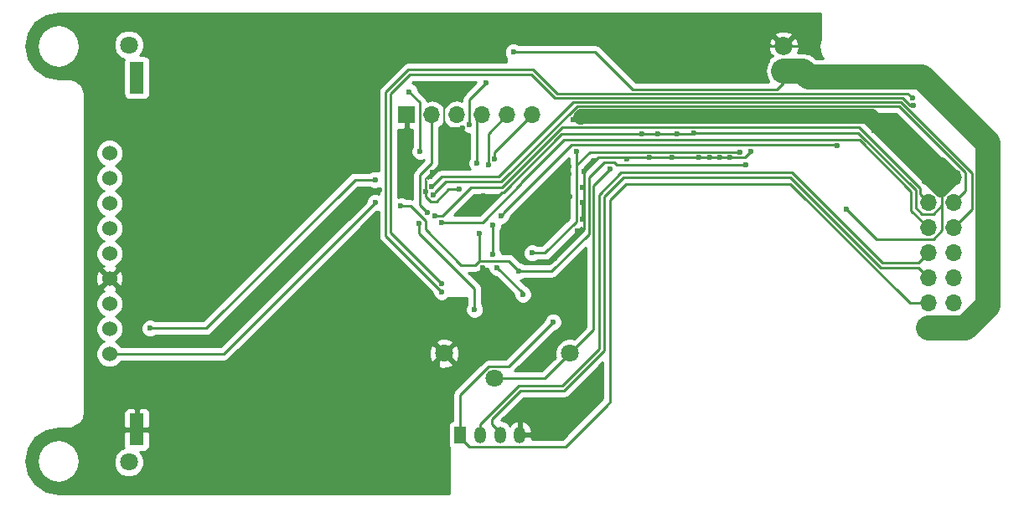
<source format=gtl>
G04 #@! TF.FileFunction,Copper,L2,Bot,Signal*
%FSLAX46Y46*%
G04 Gerber Fmt 4.6, Leading zero omitted, Abs format (unit mm)*
G04 Created by KiCad (PCBNEW 4.0.7) date *
%MOMM*%
%LPD*%
G01*
G04 APERTURE LIST*
%ADD10C,0.100000*%
%ADD11C,1.524000*%
%ADD12R,1.400000X3.200000*%
%ADD13C,1.800000*%
%ADD14R,1.850000X1.850000*%
%ADD15C,1.850000*%
%ADD16R,1.700000X1.700000*%
%ADD17O,1.700000X1.700000*%
%ADD18R,1.200000X1.700000*%
%ADD19O,1.200000X1.700000*%
%ADD20C,0.600000*%
%ADD21C,0.250000*%
%ADD22C,0.200000*%
%ADD23C,1.500000*%
%ADD24C,2.500000*%
%ADD25C,0.254000*%
%ADD26C,0.350000*%
%ADD27O,0.700000X2.200000*%
G04 APERTURE END LIST*
D10*
D11*
X108420000Y-95300000D03*
X108420000Y-97840000D03*
X108420000Y-100380000D03*
X108420000Y-102920000D03*
X108420000Y-105460000D03*
X108420000Y-108000000D03*
X108420000Y-110540000D03*
X108420000Y-113080000D03*
X108420000Y-115620000D03*
D12*
X111170000Y-123260000D03*
X111170000Y-87660000D03*
D13*
X110360000Y-84360000D03*
X110360000Y-126560000D03*
D14*
X176530000Y-86995000D03*
D15*
X176530000Y-84495000D03*
D16*
X138430000Y-91440000D03*
D17*
X140970000Y-91440000D03*
X143510000Y-91440000D03*
X146050000Y-91440000D03*
X148590000Y-91440000D03*
X151130000Y-91440000D03*
D18*
X143860000Y-123825000D03*
D19*
X145860000Y-123825000D03*
X147860000Y-123825000D03*
X149860000Y-123825000D03*
D16*
X191135000Y-113030000D03*
D17*
X193675000Y-113030000D03*
X191135000Y-110490000D03*
X193675000Y-110490000D03*
X191135000Y-107950000D03*
X193675000Y-107950000D03*
X191135000Y-105410000D03*
X193675000Y-105410000D03*
X191135000Y-102870000D03*
X193675000Y-102870000D03*
X191135000Y-100330000D03*
X193675000Y-100330000D03*
X191135000Y-97790000D03*
X193675000Y-97790000D03*
D13*
X154940000Y-115570000D03*
X147320000Y-118110000D03*
X142240000Y-115570000D03*
D20*
X130810000Y-116205000D03*
X136525000Y-116205000D03*
X136525000Y-118745000D03*
X130810000Y-118745000D03*
X125095000Y-118745000D03*
X120015000Y-118745000D03*
X114300000Y-118745000D03*
X114300000Y-121920000D03*
X120015000Y-121920000D03*
X125095000Y-121920000D03*
X130810000Y-121920000D03*
X136525000Y-121920000D03*
X136525000Y-126365000D03*
X130810000Y-126365000D03*
X125095000Y-126365000D03*
X120015000Y-126365000D03*
X114300000Y-126365000D03*
X108585000Y-121920000D03*
X108585000Y-118745000D03*
X106489500Y-109930500D03*
X106680000Y-106680000D03*
X106680000Y-102235000D03*
X106680000Y-99060000D03*
X106680000Y-93980000D03*
X119380000Y-106680000D03*
X116205000Y-103505000D03*
X120015000Y-102870000D03*
X124460000Y-98425000D03*
X119380000Y-98425000D03*
X115570000Y-97155000D03*
X119380000Y-94615000D03*
X124460000Y-94615000D03*
X129540000Y-94615000D03*
X132715000Y-90805000D03*
X128905000Y-89535000D03*
X123825000Y-89535000D03*
X118745000Y-89535000D03*
X114935000Y-89535000D03*
X114935000Y-92710000D03*
X110490000Y-92710000D03*
X107950000Y-90805000D03*
X107950000Y-85725000D03*
X113030000Y-84455000D03*
X118745000Y-84455000D03*
X126365000Y-84455000D03*
X107950000Y-82550000D03*
X114300000Y-82550000D03*
X119380000Y-82550000D03*
X125730000Y-82550000D03*
X130810000Y-82550000D03*
X109728000Y-114554000D03*
X123952000Y-105346500D03*
X126428500Y-102870000D03*
X128841500Y-100584000D03*
X130937000Y-98361500D03*
X134493000Y-95313500D03*
X135191500Y-96266000D03*
X133794500Y-96520000D03*
X139573000Y-96520000D03*
X138366500Y-96520000D03*
X138303000Y-94932500D03*
X138303000Y-93662500D03*
X138938000Y-98933000D03*
X137858500Y-99060000D03*
X135699500Y-99060000D03*
X133921500Y-99123500D03*
X131953000Y-101346000D03*
X129921000Y-103632000D03*
X127571500Y-105791000D03*
X125222000Y-108331000D03*
X122872500Y-110617000D03*
X141033500Y-97218500D03*
X115443000Y-111887000D03*
X115443000Y-111061500D03*
X111125000Y-111442500D03*
X110045500Y-112331500D03*
X109855000Y-109855000D03*
X109982000Y-107442000D03*
X112395000Y-107569000D03*
X134112000Y-106743500D03*
X131953000Y-109029500D03*
X133858000Y-108902500D03*
X135572500Y-109156500D03*
X137985500Y-110871000D03*
X135826500Y-110998000D03*
X133667500Y-110871000D03*
X131635500Y-110807500D03*
X129667000Y-110744000D03*
X127952500Y-112268000D03*
X126555500Y-112966500D03*
X124777500Y-113030000D03*
X121348500Y-112839500D03*
X140348887Y-99187000D03*
X142240000Y-88578590D03*
X140652407Y-88578590D03*
X144208500Y-88578590D03*
X141605000Y-118110000D03*
X141605000Y-121920000D03*
X141605000Y-126365000D03*
X149860000Y-82550000D03*
X145415000Y-82550000D03*
X142240000Y-82550000D03*
X138430000Y-82550000D03*
X142875000Y-84455000D03*
X139700000Y-84455000D03*
X136525000Y-84455000D03*
X133350000Y-84455000D03*
X145732500Y-107632500D03*
X153035000Y-121920000D03*
X152209500Y-123253500D03*
X153860500Y-123444000D03*
X155511500Y-122110500D03*
X157607000Y-119634000D03*
X156845000Y-118427500D03*
X155638500Y-120459500D03*
X153479500Y-120523000D03*
X151447500Y-120523000D03*
X149860000Y-121602500D03*
X153098500Y-115125500D03*
X152209500Y-116078000D03*
X151638000Y-117094000D03*
X150114000Y-117030500D03*
X151193500Y-116332000D03*
X141859000Y-95694500D03*
X141859000Y-94361000D03*
X141922500Y-93345000D03*
X144054091Y-101434290D03*
X146237598Y-99631500D03*
X191579500Y-95186500D03*
X190690500Y-95250000D03*
X191135000Y-96139000D03*
X151447500Y-100076000D03*
X154813000Y-96647000D03*
X154178000Y-96901000D03*
X154876500Y-97409000D03*
X154940000Y-99695000D03*
X154622500Y-100647500D03*
X154178000Y-99758500D03*
X152908000Y-98615500D03*
X171069000Y-95758000D03*
X170116500Y-95758000D03*
X169100500Y-95758000D03*
X167957500Y-95758000D03*
X165290500Y-95758000D03*
X163004500Y-95758000D03*
X160655000Y-95885000D03*
X155702000Y-103187500D03*
X156210000Y-101981000D03*
X156210000Y-100330000D03*
X156210000Y-98806000D03*
X153162000Y-83693000D03*
X153924000Y-82867500D03*
X153733500Y-81597500D03*
X155511500Y-81597500D03*
X157670500Y-81724500D03*
X157797500Y-83121500D03*
X159512000Y-83248500D03*
X159321500Y-81597500D03*
X161353500Y-81597500D03*
X164020500Y-81597500D03*
X166751000Y-81597500D03*
X168910000Y-82232500D03*
X170751500Y-82296000D03*
X172847000Y-82105500D03*
X174815500Y-82804000D03*
X174815500Y-84074000D03*
X176530000Y-82550000D03*
X179070000Y-82550000D03*
X179070000Y-84455000D03*
X146090000Y-106870500D03*
X155829000Y-107378500D03*
X155892500Y-106299000D03*
X153416000Y-105977598D03*
X150050500Y-104584500D03*
X173228000Y-95123000D03*
X156400500Y-97155000D03*
X182880000Y-100965000D03*
X187960000Y-94742000D03*
X188976000Y-95567500D03*
X188976000Y-94488000D03*
X175450500Y-92075000D03*
X176276000Y-91186000D03*
X174625000Y-91376500D03*
X173164500Y-92011500D03*
X172466000Y-91313000D03*
X171005500Y-91122500D03*
X168656000Y-91122500D03*
X184721500Y-91122500D03*
X185610500Y-91757500D03*
X184594500Y-92075000D03*
X185674000Y-93027500D03*
X159893000Y-91186000D03*
X157416500Y-91186000D03*
X155956000Y-91186000D03*
X156210000Y-91884500D03*
X155257500Y-91948000D03*
X161544000Y-91567000D03*
X162750500Y-91567000D03*
X163830000Y-91567000D03*
X165100000Y-91567000D03*
X166370000Y-91567000D03*
X168402000Y-87249000D03*
X166878000Y-87058500D03*
X165163500Y-87058500D03*
X163576000Y-87058500D03*
X162115500Y-87058500D03*
X154495500Y-108839000D03*
X155892500Y-108902500D03*
X155829000Y-110426500D03*
X153670000Y-110490000D03*
X151638000Y-112268000D03*
X149479000Y-111569500D03*
X149860000Y-110871000D03*
X142621000Y-111379000D03*
X144335500Y-112966500D03*
X146367500Y-111760000D03*
X148025000Y-108971000D03*
X147155000Y-109771000D03*
X144081500Y-92773500D03*
X143129000Y-96139000D03*
X167449500Y-93281500D03*
X165735000Y-93345000D03*
X163830000Y-93345000D03*
X162242500Y-93345000D03*
X145502500Y-100697500D03*
X143777500Y-98972500D03*
X135255000Y-97980500D03*
X112522000Y-113030000D03*
X147129500Y-105563483D03*
X147574000Y-106870500D03*
X150177500Y-109601000D03*
X147129500Y-102616000D03*
X149225000Y-85090000D03*
X140525500Y-101282500D03*
X153225500Y-112395000D03*
X189620835Y-90506252D03*
X141986000Y-108477500D03*
X189543645Y-89757809D03*
X141986000Y-109327500D03*
X141942861Y-102308490D03*
X141287500Y-101663500D03*
X141097975Y-99505763D03*
X140973888Y-98677786D03*
X139763500Y-95123000D03*
X138684000Y-89090500D03*
X137858500Y-100662410D03*
X172720000Y-96520000D03*
X145812493Y-103440078D03*
X149796500Y-107251500D03*
X172103041Y-95180590D03*
X155575000Y-95123000D03*
X151130000Y-105410000D03*
X159015559Y-96896972D03*
X135255000Y-100330000D03*
X145288000Y-111125000D03*
X139700000Y-102459498D03*
X146431000Y-88226179D03*
X144780000Y-92392500D03*
X181927500Y-94551500D03*
X147955000Y-101663500D03*
X145542000Y-96329500D03*
X146685000Y-96456500D03*
X147320000Y-95885000D03*
D21*
X136525000Y-116205000D02*
X130810000Y-116205000D01*
X130810000Y-118745000D02*
X136525000Y-118745000D01*
X120015000Y-118745000D02*
X125095000Y-118745000D01*
X114300000Y-121920000D02*
X114300000Y-118745000D01*
X125095000Y-121920000D02*
X120015000Y-121920000D01*
X136525000Y-121920000D02*
X130810000Y-121920000D01*
X130810000Y-126365000D02*
X136525000Y-126365000D01*
X120015000Y-126365000D02*
X125095000Y-126365000D01*
X108585000Y-118745000D02*
X108585000Y-121920000D01*
X106680000Y-102235000D02*
X106680000Y-106680000D01*
X106680000Y-93980000D02*
X106680000Y-99060000D01*
X116205000Y-103505000D02*
X119380000Y-106680000D01*
X124460000Y-98425000D02*
X120015000Y-102870000D01*
X115570000Y-97155000D02*
X116840000Y-98425000D01*
X116840000Y-98425000D02*
X119380000Y-98425000D01*
X124460000Y-94615000D02*
X119380000Y-94615000D01*
X132715000Y-90805000D02*
X129540000Y-93980000D01*
X129540000Y-93980000D02*
X129540000Y-94615000D01*
X123825000Y-89535000D02*
X128905000Y-89535000D01*
X114935000Y-89535000D02*
X118745000Y-89535000D01*
X110490000Y-92710000D02*
X114935000Y-92710000D01*
X107950000Y-85725000D02*
X107950000Y-90805000D01*
X118745000Y-84455000D02*
X113030000Y-84455000D01*
X133350000Y-84455000D02*
X126365000Y-84455000D01*
X119380000Y-82550000D02*
X114300000Y-82550000D01*
X130810000Y-82550000D02*
X125730000Y-82550000D01*
X126428500Y-102870000D02*
X123952000Y-105346500D01*
X130937000Y-98361500D02*
X128841500Y-100457000D01*
X128841500Y-100457000D02*
X128841500Y-100584000D01*
X133794500Y-96520000D02*
X134937500Y-96520000D01*
X134937500Y-96520000D02*
X135191500Y-96266000D01*
X138303000Y-94932500D02*
X138303000Y-96456500D01*
X138303000Y-96456500D02*
X138366500Y-96520000D01*
X138430000Y-91440000D02*
X138430000Y-93535500D01*
X138430000Y-93535500D02*
X138303000Y-93662500D01*
X137858500Y-99060000D02*
X138811000Y-99060000D01*
X138811000Y-99060000D02*
X138938000Y-98933000D01*
X133921500Y-99123500D02*
X135636000Y-99123500D01*
X135636000Y-99123500D02*
X135699500Y-99060000D01*
X129921000Y-103632000D02*
X131953000Y-101600000D01*
X131953000Y-101600000D02*
X131953000Y-101346000D01*
X125222000Y-108331000D02*
X127571500Y-105981500D01*
X127571500Y-105981500D02*
X127571500Y-105791000D01*
X111887000Y-114300000D02*
X119189500Y-114300000D01*
X119189500Y-114300000D02*
X122872500Y-110617000D01*
X111125000Y-113538000D02*
X111887000Y-114300000D01*
X111125000Y-111442500D02*
X111125000Y-113538000D01*
D22*
X141033500Y-97218500D02*
X142113000Y-96139000D01*
X140348887Y-97903113D02*
X141033500Y-97218500D01*
D21*
X115443000Y-111061500D02*
X115443000Y-111887000D01*
X109855000Y-109855000D02*
X109855000Y-112141000D01*
X109855000Y-112141000D02*
X110045500Y-112331500D01*
X112395000Y-107569000D02*
X110109000Y-107569000D01*
X110109000Y-107569000D02*
X109982000Y-107442000D01*
X131953000Y-109029500D02*
X134112000Y-106870500D01*
X134112000Y-106870500D02*
X134112000Y-106743500D01*
X135572500Y-109156500D02*
X134112000Y-109156500D01*
X134112000Y-109156500D02*
X133858000Y-108902500D01*
X135826500Y-110998000D02*
X137858500Y-110998000D01*
X137858500Y-110998000D02*
X137985500Y-110871000D01*
X131635500Y-110807500D02*
X133604000Y-110807500D01*
X133604000Y-110807500D02*
X133667500Y-110871000D01*
X127952500Y-112268000D02*
X128143000Y-112268000D01*
X128143000Y-112268000D02*
X129667000Y-110744000D01*
X124777500Y-113030000D02*
X126492000Y-113030000D01*
X126492000Y-113030000D02*
X126555500Y-112966500D01*
X140348887Y-99187000D02*
X140348887Y-98140699D01*
X140348887Y-99708887D02*
X140348887Y-99377500D01*
X140348887Y-99377500D02*
X140348887Y-99187000D01*
D22*
X144208500Y-88578590D02*
X142240000Y-88578590D01*
X142240000Y-92773500D02*
X142240000Y-88578590D01*
X142240000Y-91801554D02*
X142240000Y-88578590D01*
D21*
X141605000Y-118110000D02*
X141605000Y-116205000D01*
X141605000Y-116205000D02*
X142240000Y-115570000D01*
X141605000Y-121920000D02*
X141605000Y-118110000D01*
X142240000Y-82550000D02*
X145415000Y-82550000D01*
X136525000Y-84455000D02*
X138430000Y-82550000D01*
X136525000Y-84455000D02*
X139700000Y-84455000D01*
X153860500Y-123444000D02*
X152400000Y-123444000D01*
X152400000Y-123444000D02*
X152209500Y-123253500D01*
X157607000Y-119634000D02*
X155511500Y-121729500D01*
X155511500Y-121729500D02*
X155511500Y-122110500D01*
X155638500Y-120459500D02*
X156845000Y-119253000D01*
X156845000Y-119253000D02*
X156845000Y-118427500D01*
X151447500Y-120523000D02*
X153479500Y-120523000D01*
X149860000Y-123825000D02*
X149860000Y-121602500D01*
X152209500Y-116078000D02*
X152209500Y-116014500D01*
X152209500Y-116014500D02*
X153098500Y-115125500D01*
X150114000Y-117030500D02*
X151574500Y-117030500D01*
X151574500Y-117030500D02*
X151638000Y-117094000D01*
X155829000Y-112014000D02*
X151511000Y-116332000D01*
X151511000Y-116332000D02*
X151193500Y-116332000D01*
X155829000Y-110426500D02*
X155829000Y-112014000D01*
X141922500Y-93345000D02*
X141922500Y-94297500D01*
X141922500Y-94297500D02*
X141859000Y-94361000D01*
X145502500Y-100697500D02*
X144790881Y-100697500D01*
X144790881Y-100697500D02*
X144054091Y-101434290D01*
X145502500Y-100697500D02*
X145502500Y-100366598D01*
X145502500Y-100366598D02*
X146237598Y-99631500D01*
D23*
X192405000Y-96520000D02*
X193675000Y-97790000D01*
X191135000Y-97790000D02*
X192405000Y-96520000D01*
X192405000Y-99060000D02*
X191135000Y-97790000D01*
X193675000Y-97790000D02*
X192405000Y-99060000D01*
D21*
X190690500Y-95250000D02*
X191516000Y-95250000D01*
X191516000Y-95250000D02*
X191579500Y-95186500D01*
X152908000Y-98615500D02*
X151447500Y-100076000D01*
X154876500Y-97409000D02*
X154686000Y-97409000D01*
X154686000Y-97409000D02*
X154178000Y-96901000D01*
X154622500Y-100647500D02*
X154622500Y-100012500D01*
X154622500Y-100012500D02*
X154940000Y-99695000D01*
X152908000Y-98615500D02*
X153035000Y-98615500D01*
X153035000Y-98615500D02*
X154178000Y-99758500D01*
X162242500Y-93345000D02*
X156400500Y-93345000D01*
X165735000Y-93345000D02*
X163830000Y-93345000D01*
X170116500Y-95758000D02*
X171069000Y-95758000D01*
X171069000Y-95758000D02*
X172593000Y-95758000D01*
X169100500Y-95758000D02*
X170116500Y-95758000D01*
X167957500Y-95758000D02*
X169100500Y-95758000D01*
X165290500Y-95758000D02*
X167830500Y-95758000D01*
X167830500Y-95758000D02*
X167957500Y-95758000D01*
X163004500Y-95758000D02*
X165290500Y-95758000D01*
X160655000Y-95758000D02*
X163004500Y-95758000D01*
X157797500Y-95758000D02*
X160655000Y-95758000D01*
X160655000Y-95758000D02*
X160655000Y-95885000D01*
X156210000Y-100330000D02*
X156210000Y-101981000D01*
X156400500Y-97155000D02*
X156400500Y-98615500D01*
X156400500Y-98615500D02*
X156210000Y-98806000D01*
X156400500Y-97155000D02*
X156400500Y-102993098D01*
X156400500Y-102993098D02*
X153416000Y-105977598D01*
X153924000Y-82867500D02*
X153924000Y-82931000D01*
X153924000Y-82931000D02*
X153162000Y-83693000D01*
X155511500Y-81597500D02*
X153733500Y-81597500D01*
X157797500Y-83121500D02*
X157797500Y-81851500D01*
X157797500Y-81851500D02*
X157670500Y-81724500D01*
X159321500Y-81597500D02*
X159321500Y-83058000D01*
X159321500Y-83058000D02*
X159512000Y-83248500D01*
X164020500Y-81597500D02*
X161353500Y-81597500D01*
X168910000Y-82232500D02*
X167386000Y-82232500D01*
X167386000Y-82232500D02*
X166751000Y-81597500D01*
X172847000Y-82105500D02*
X170942000Y-82105500D01*
X170942000Y-82105500D02*
X170751500Y-82296000D01*
X176530000Y-84495000D02*
X175236500Y-84495000D01*
X175236500Y-84495000D02*
X174815500Y-84074000D01*
X174815500Y-84074000D02*
X174815500Y-82804000D01*
X179070000Y-82550000D02*
X176530000Y-82550000D01*
X176530000Y-84495000D02*
X179030000Y-84495000D01*
X179030000Y-84495000D02*
X179070000Y-84455000D01*
X155829000Y-107378500D02*
X155829000Y-108839000D01*
X155829000Y-108839000D02*
X155892500Y-108902500D01*
X155892500Y-106299000D02*
X155892500Y-107315000D01*
X155892500Y-107315000D02*
X155829000Y-107378500D01*
X150431500Y-106426000D02*
X152967598Y-106426000D01*
X152967598Y-106426000D02*
X153416000Y-105977598D01*
X150050500Y-106045000D02*
X150431500Y-106426000D01*
X150050500Y-104584500D02*
X150050500Y-106045000D01*
X172593000Y-95758000D02*
X173228000Y-95123000D01*
X156400500Y-97155000D02*
X157797500Y-95758000D01*
X182880000Y-100965000D02*
X185912401Y-103997401D01*
X185912401Y-103997401D02*
X191676153Y-103997401D01*
X191676153Y-103997401D02*
X192547599Y-103125955D01*
X192547599Y-103125955D02*
X192547599Y-100585955D01*
X192547599Y-100585955D02*
X192547599Y-99377500D01*
X188976000Y-94488000D02*
X188976000Y-95567500D01*
D23*
X190285001Y-96051001D02*
X189904001Y-96051001D01*
X185420000Y-91567000D02*
X156083000Y-91567000D01*
X191135000Y-97790000D02*
X190285001Y-96940001D01*
X190285001Y-96940001D02*
X190285001Y-96051001D01*
D21*
X174625000Y-91376500D02*
X176085500Y-91376500D01*
X176085500Y-91376500D02*
X176276000Y-91186000D01*
X172466000Y-91313000D02*
X173164500Y-92011500D01*
X168656000Y-91122500D02*
X171005500Y-91122500D01*
X185610500Y-91757500D02*
X185356500Y-91757500D01*
X185356500Y-91757500D02*
X184721500Y-91122500D01*
X185674000Y-93027500D02*
X185547000Y-93027500D01*
X185547000Y-93027500D02*
X184594500Y-92075000D01*
D23*
X161544000Y-91567000D02*
X156083000Y-91567000D01*
X156083000Y-91567000D02*
X156019500Y-91630500D01*
D21*
X156210000Y-91884500D02*
X156210000Y-91440000D01*
X156210000Y-91440000D02*
X155956000Y-91186000D01*
D23*
X163830000Y-91567000D02*
X161544000Y-91567000D01*
X166370000Y-91567000D02*
X163830000Y-91567000D01*
X191135000Y-97790000D02*
X191135000Y-96329500D01*
X193675000Y-97790000D02*
X191135000Y-97790000D01*
D21*
X193675000Y-97790000D02*
X192825001Y-96940001D01*
X192825001Y-96940001D02*
X191984999Y-96940001D01*
X191984999Y-96940001D02*
X191135000Y-97790000D01*
X192547599Y-99377500D02*
X192547599Y-98917401D01*
X191984999Y-98814900D02*
X192547599Y-99377500D01*
X191135000Y-97790000D02*
X191984999Y-98639999D01*
X191984999Y-98639999D02*
X191984999Y-98814900D01*
X167449500Y-93281500D02*
X184086500Y-93281500D01*
X189865000Y-99060000D02*
X189865000Y-100838000D01*
X184086500Y-93281500D02*
X189865000Y-99060000D01*
X192825001Y-98639999D02*
X193675000Y-97790000D01*
X189865000Y-100838000D02*
X190484401Y-101457401D01*
X190484401Y-101457401D02*
X191676153Y-101457401D01*
X191676153Y-101457401D02*
X192547599Y-100585955D01*
X192547599Y-98917401D02*
X192825001Y-98639999D01*
X165163500Y-87058500D02*
X166878000Y-87058500D01*
X162115500Y-87058500D02*
X163576000Y-87058500D01*
D22*
X155892500Y-108902500D02*
X154559000Y-108902500D01*
X154559000Y-108902500D02*
X154495500Y-108839000D01*
X153670000Y-110490000D02*
X155765500Y-110490000D01*
X155765500Y-110490000D02*
X155829000Y-110426500D01*
X149860000Y-110871000D02*
X149860000Y-111188500D01*
X149860000Y-111188500D02*
X149479000Y-111569500D01*
X142240000Y-92773500D02*
X142240000Y-95250000D01*
X144081500Y-92773500D02*
X142240000Y-92773500D01*
X142240000Y-95250000D02*
X143129000Y-96139000D01*
X144081500Y-92773500D02*
X143211946Y-92773500D01*
X142113000Y-96139000D02*
X143129000Y-96139000D01*
X140348887Y-98140699D02*
X140348887Y-97903113D01*
D21*
X143777500Y-98972500D02*
X142665000Y-98972500D01*
X140348887Y-98140699D02*
X140358543Y-98131043D01*
X140843000Y-100203000D02*
X140348887Y-99708887D01*
X141434500Y-100203000D02*
X140843000Y-100203000D01*
X142665000Y-98972500D02*
X141434500Y-100203000D01*
X167386000Y-93345000D02*
X167449500Y-93281500D01*
X165735000Y-93345000D02*
X167386000Y-93345000D01*
X162242500Y-93345000D02*
X163830000Y-93345000D01*
X148209000Y-99250500D02*
X154114500Y-93345000D01*
X154114500Y-93345000D02*
X156400500Y-93345000D01*
X148062000Y-99250500D02*
X148209000Y-99250500D01*
X145502500Y-100697500D02*
X146615000Y-100697500D01*
X146615000Y-100697500D02*
X148062000Y-99250500D01*
X112522000Y-113030000D02*
X118173500Y-113030000D01*
X118173500Y-113030000D02*
X133223000Y-97980500D01*
X135255000Y-97980500D02*
X133223000Y-97980500D01*
X147129500Y-102616000D02*
X147129500Y-105563483D01*
X147574000Y-106870500D02*
X150177500Y-109474000D01*
X150177500Y-109474000D02*
X150177500Y-109601000D01*
D24*
X176530000Y-86995000D02*
X178435000Y-86995000D01*
X197155011Y-110752070D02*
X194877081Y-113030000D01*
X178435000Y-86995000D02*
X179070000Y-87630000D01*
X179070000Y-87630000D02*
X190500000Y-87630000D01*
X190500000Y-87630000D02*
X197155011Y-94285011D01*
X197155011Y-94285011D02*
X197155011Y-110752070D01*
X194877081Y-113030000D02*
X193675000Y-113030000D01*
D21*
X149225000Y-85090000D02*
X157480000Y-85090000D01*
X157480000Y-85090000D02*
X161290000Y-88900000D01*
X161290000Y-88900000D02*
X175800000Y-88900000D01*
X175800000Y-88900000D02*
X176530000Y-88170000D01*
X176530000Y-88170000D02*
X176530000Y-86995000D01*
D24*
X193675000Y-113030000D02*
X191135000Y-113030000D01*
D21*
X140225501Y-100982501D02*
X140525500Y-101282500D01*
X139771485Y-100528485D02*
X140225501Y-100982501D01*
X139771485Y-97528015D02*
X139771485Y-100528485D01*
X140970000Y-96329500D02*
X139771485Y-97528015D01*
X140970000Y-91440000D02*
X140970000Y-96329500D01*
X177228500Y-98425000D02*
X189293500Y-110490000D01*
X189293500Y-110490000D02*
X191135000Y-110490000D01*
X160591500Y-98425000D02*
X177228500Y-98425000D01*
X158750000Y-120713500D02*
X158623000Y-120840500D01*
X158623000Y-120840500D02*
X154463490Y-125000010D01*
X159004000Y-120459500D02*
X158623000Y-120840500D01*
X160591500Y-98425000D02*
X159004000Y-100012500D01*
X159004000Y-100012500D02*
X159004000Y-120459500D01*
X144785010Y-125000010D02*
X143860000Y-124075000D01*
X154463490Y-125000010D02*
X144785010Y-125000010D01*
X143860000Y-124075000D02*
X143860000Y-123825000D01*
X143860000Y-123575000D02*
X143860000Y-123825000D01*
X143860000Y-123825000D02*
X143860000Y-119756998D01*
X143860000Y-119756998D02*
X146731999Y-116884999D01*
X146731999Y-116884999D02*
X148735501Y-116884999D01*
X148735501Y-116884999D02*
X153225500Y-112395000D01*
X186539553Y-106430001D02*
X177395552Y-97286000D01*
X177395552Y-97286000D02*
X160106948Y-97286000D01*
X191135000Y-105410000D02*
X190114999Y-106430001D01*
X190114999Y-106430001D02*
X186539553Y-106430001D01*
X145860000Y-122725000D02*
X145860000Y-123825000D01*
X145860000Y-122708948D02*
X145860000Y-122725000D01*
X157865000Y-115085448D02*
X154137948Y-118812500D01*
X157865000Y-99527948D02*
X157865000Y-115085448D01*
X160106948Y-97286000D02*
X157865000Y-99527948D01*
X154137948Y-118812500D02*
X149756448Y-118812500D01*
X149756448Y-118812500D02*
X145860000Y-122708948D01*
X186332447Y-106929999D02*
X177188448Y-97786000D01*
X177188448Y-97786000D02*
X160314052Y-97786000D01*
X191135000Y-107950000D02*
X190114999Y-106929999D01*
X190114999Y-106929999D02*
X186332447Y-106929999D01*
X147860000Y-123575000D02*
X147860000Y-123825000D01*
X147010000Y-122725000D02*
X147860000Y-123575000D01*
X147010000Y-122266052D02*
X147010000Y-122725000D01*
X149963552Y-119312500D02*
X147010000Y-122266052D01*
X154345052Y-119312500D02*
X149963552Y-119312500D01*
X158365000Y-115292552D02*
X154345052Y-119312500D01*
X158365000Y-99735052D02*
X158365000Y-115292552D01*
X160314052Y-97786000D02*
X158365000Y-99735052D01*
X153389215Y-89734767D02*
X188564275Y-89734767D01*
X189335760Y-90506252D02*
X189620835Y-90506252D01*
X151026448Y-87372000D02*
X153389215Y-89734767D01*
X188564275Y-89734767D02*
X189335760Y-90506252D01*
X138787552Y-87372000D02*
X151026448Y-87372000D01*
X141986000Y-108477500D02*
X136838500Y-103330000D01*
X136838500Y-103330000D02*
X136838500Y-89321052D01*
X136838500Y-89321052D02*
X138787552Y-87372000D01*
X189118192Y-89332356D02*
X189243646Y-89457810D01*
X189243646Y-89457810D02*
X189543645Y-89757809D01*
X153693908Y-89332356D02*
X189118192Y-89332356D01*
X151233552Y-86872000D02*
X153693908Y-89332356D01*
X138580448Y-86872000D02*
X151233552Y-86872000D01*
X136338500Y-89113948D02*
X138580448Y-86872000D01*
X136338500Y-103680000D02*
X136338500Y-89113948D01*
X141986000Y-109327500D02*
X136338500Y-103680000D01*
X142367125Y-102308490D02*
X141942861Y-102308490D01*
X146104920Y-102308490D02*
X142367125Y-102308490D01*
X189399089Y-99163184D02*
X184215905Y-93980000D01*
X184215905Y-93980000D02*
X182281004Y-93980000D01*
X189399089Y-101134089D02*
X189399089Y-99163184D01*
X191135000Y-102870000D02*
X189399089Y-101134089D01*
X150056009Y-98357401D02*
X146104920Y-102308490D01*
X181627498Y-93926498D02*
X181573996Y-93980000D01*
X181573996Y-93980000D02*
X154305000Y-93980000D01*
X182281004Y-93980000D02*
X182227502Y-93926498D01*
X182227502Y-93926498D02*
X181627498Y-93926498D01*
X154305000Y-93980000D02*
X150056009Y-98228991D01*
X150056009Y-98228991D02*
X150056009Y-98357401D01*
X141287500Y-101663500D02*
X142049500Y-101663500D01*
X144944985Y-98768015D02*
X148055075Y-98768015D01*
X184097911Y-92657911D02*
X190285001Y-98845001D01*
X190285001Y-98845001D02*
X190285001Y-99480001D01*
X190285001Y-99480001D02*
X191135000Y-100330000D01*
X148055075Y-98768015D02*
X154165179Y-92657911D01*
X154165179Y-92657911D02*
X184097911Y-92657911D01*
X142049500Y-101663500D02*
X144944985Y-98768015D01*
X147969681Y-98216999D02*
X142386739Y-98216999D01*
X155647091Y-90539589D02*
X147969681Y-98216999D01*
X188163591Y-90539589D02*
X155647091Y-90539589D01*
X194850001Y-99154999D02*
X194850001Y-97225999D01*
X141397974Y-99205764D02*
X141097975Y-99505763D01*
X194850001Y-97225999D02*
X188163591Y-90539589D01*
X142386739Y-98216999D02*
X141397974Y-99205764D01*
X193675000Y-100330000D02*
X194850001Y-99154999D01*
X195580000Y-100965000D02*
X195580000Y-97319587D01*
X147714270Y-97708999D02*
X141942675Y-97708999D01*
X141942675Y-97708999D02*
X141273887Y-98377787D01*
X188397591Y-90137178D02*
X155286091Y-90137178D01*
X193675000Y-102870000D02*
X195580000Y-100965000D01*
X141273887Y-98377787D02*
X140973888Y-98677786D01*
X195580000Y-97319587D02*
X188397591Y-90137178D01*
X155286091Y-90137178D02*
X147714270Y-97708999D01*
X139763500Y-93091000D02*
X139763500Y-95123000D01*
X139763500Y-93091000D02*
X139763500Y-90170000D01*
X139763500Y-90170000D02*
X138684000Y-89090500D01*
X137858500Y-100662410D02*
X138827914Y-100662410D01*
X138827914Y-100662410D02*
X140325001Y-102159497D01*
X140325001Y-102159497D02*
X140325001Y-103050501D01*
X145384486Y-106616500D02*
X145812493Y-106188493D01*
X140325001Y-103050501D02*
X143891000Y-106616500D01*
X143891000Y-106616500D02*
X145384486Y-106616500D01*
X172720000Y-96520000D02*
X159702500Y-96520000D01*
X159702500Y-96520000D02*
X159406411Y-96223911D01*
X158411089Y-96223911D02*
X156845000Y-97790000D01*
X159406411Y-96223911D02*
X158411089Y-96223911D01*
X156845000Y-97790000D02*
X156845000Y-103505000D01*
X156845000Y-103505000D02*
X153098500Y-107251500D01*
X153098500Y-107251500D02*
X150220764Y-107251500D01*
X150220764Y-107251500D02*
X149796500Y-107251500D01*
X145812493Y-106188493D02*
X148733493Y-106188493D01*
X148733493Y-106188493D02*
X149796500Y-107251500D01*
X145812493Y-103440078D02*
X145812493Y-106188493D01*
X156914410Y-95180590D02*
X171678777Y-95180590D01*
X155575000Y-96520000D02*
X156914410Y-95180590D01*
X171678777Y-95180590D02*
X172103041Y-95180590D01*
X155575000Y-95123000D02*
X155575000Y-95547264D01*
X155575000Y-95547264D02*
X155575000Y-96520000D01*
X155575000Y-102235000D02*
X152400000Y-105410000D01*
X152400000Y-105410000D02*
X151130000Y-105410000D01*
X155575000Y-96520000D02*
X155575000Y-102235000D01*
X157312989Y-113197011D02*
X157312989Y-98599542D01*
X154940000Y-115570000D02*
X157312989Y-113197011D01*
X157312989Y-98599542D02*
X158715560Y-97196971D01*
X158715560Y-97196971D02*
X159015559Y-96896972D01*
X154940000Y-115570000D02*
X152400000Y-118110000D01*
X152400000Y-118110000D02*
X147320000Y-118110000D01*
X108420000Y-115620000D02*
X119965000Y-115620000D01*
X119965000Y-115620000D02*
X135255000Y-100330000D01*
X139700000Y-103441500D02*
X145288000Y-109029500D01*
X145288000Y-109029500D02*
X145288000Y-111125000D01*
X139700000Y-102459498D02*
X139700000Y-103441500D01*
X146131001Y-88526178D02*
X146431000Y-88226179D01*
X144780000Y-92392500D02*
X144780000Y-89877179D01*
X144780000Y-89877179D02*
X146131001Y-88526178D01*
X163068000Y-94488000D02*
X181864000Y-94488000D01*
X181864000Y-94488000D02*
X181927500Y-94551500D01*
X155067000Y-94488000D02*
X163068000Y-94488000D01*
X148254999Y-101300001D02*
X155067000Y-94488000D01*
X147955000Y-101663500D02*
X148254999Y-101363501D01*
X148254999Y-101363501D02*
X148254999Y-101300001D01*
X145542000Y-96329500D02*
X145542000Y-91948000D01*
X145542000Y-91948000D02*
X146050000Y-91440000D01*
X146685000Y-96456500D02*
X146685000Y-93345000D01*
X146685000Y-93345000D02*
X148590000Y-91440000D01*
X148590000Y-93980000D02*
X151130000Y-91440000D01*
X147320000Y-95250000D02*
X148590000Y-93980000D01*
X147320000Y-95885000D02*
X147320000Y-95250000D01*
D25*
G36*
X180213000Y-83685816D02*
X180060000Y-84455000D01*
X180226323Y-85291163D01*
X180529568Y-85745000D01*
X179850792Y-85745000D01*
X179767896Y-85662104D01*
X179156359Y-85253487D01*
X178435000Y-85110000D01*
X177966009Y-85110000D01*
X178101325Y-84741632D01*
X178076097Y-84121539D01*
X177887332Y-83665821D01*
X177628256Y-83576349D01*
X176709605Y-84495000D01*
X176723748Y-84509143D01*
X176544143Y-84688748D01*
X176530000Y-84674605D01*
X176515858Y-84688748D01*
X176336253Y-84509143D01*
X176350395Y-84495000D01*
X175431744Y-83576349D01*
X175172668Y-83665821D01*
X174958675Y-84248368D01*
X174983903Y-84868461D01*
X175172668Y-85324179D01*
X175431742Y-85413650D01*
X175380610Y-85464782D01*
X175369683Y-85466838D01*
X175153559Y-85605910D01*
X175008569Y-85818110D01*
X174971912Y-85999127D01*
X174788487Y-86273642D01*
X174645000Y-86995000D01*
X174788487Y-87716358D01*
X174970497Y-87988755D01*
X174998956Y-88140000D01*
X161604802Y-88140000D01*
X158017401Y-84552599D01*
X157770839Y-84387852D01*
X157480000Y-84330000D01*
X149787463Y-84330000D01*
X149755327Y-84297808D01*
X149411799Y-84155162D01*
X149039833Y-84154838D01*
X148696057Y-84296883D01*
X148432808Y-84559673D01*
X148290162Y-84903201D01*
X148289838Y-85275167D01*
X148431883Y-85618943D01*
X148479274Y-85666417D01*
X148473006Y-85675590D01*
X148463000Y-85725000D01*
X148463000Y-86112000D01*
X138580448Y-86112000D01*
X138289608Y-86169852D01*
X138043047Y-86334599D01*
X135801099Y-88576547D01*
X135636352Y-88823109D01*
X135578500Y-89113948D01*
X135578500Y-97102425D01*
X135441799Y-97045662D01*
X135069833Y-97045338D01*
X134726057Y-97187383D01*
X134692882Y-97220500D01*
X133223000Y-97220500D01*
X132932161Y-97278352D01*
X132685599Y-97443099D01*
X117858698Y-112270000D01*
X113084463Y-112270000D01*
X113052327Y-112237808D01*
X112708799Y-112095162D01*
X112336833Y-112094838D01*
X111993057Y-112236883D01*
X111729808Y-112499673D01*
X111587162Y-112843201D01*
X111586838Y-113215167D01*
X111728883Y-113558943D01*
X111991673Y-113822192D01*
X112335201Y-113964838D01*
X112707167Y-113965162D01*
X113050943Y-113823117D01*
X113084118Y-113790000D01*
X118173500Y-113790000D01*
X118464339Y-113732148D01*
X118710901Y-113567401D01*
X133537802Y-98740500D01*
X134692537Y-98740500D01*
X134724673Y-98772692D01*
X135068201Y-98915338D01*
X135440167Y-98915662D01*
X135578500Y-98858504D01*
X135578500Y-99451925D01*
X135441799Y-99395162D01*
X135069833Y-99394838D01*
X134726057Y-99536883D01*
X134462808Y-99799673D01*
X134320162Y-100143201D01*
X134320121Y-100190077D01*
X119650198Y-114860000D01*
X109617531Y-114860000D01*
X109605010Y-114829697D01*
X109212370Y-114436371D01*
X109004488Y-114350051D01*
X109210303Y-114265010D01*
X109603629Y-113872370D01*
X109816757Y-113359100D01*
X109817242Y-112803339D01*
X109605010Y-112289697D01*
X109212370Y-111896371D01*
X109004488Y-111810051D01*
X109210303Y-111725010D01*
X109603629Y-111332370D01*
X109816757Y-110819100D01*
X109817242Y-110263339D01*
X109605010Y-109749697D01*
X109212370Y-109356371D01*
X109020273Y-109276605D01*
X109151143Y-109222397D01*
X109220608Y-108980213D01*
X108420000Y-108179605D01*
X107619392Y-108980213D01*
X107688857Y-109222397D01*
X107829318Y-109272509D01*
X107629697Y-109354990D01*
X107236371Y-109747630D01*
X107023243Y-110260900D01*
X107022758Y-110816661D01*
X107234990Y-111330303D01*
X107627630Y-111723629D01*
X107835512Y-111809949D01*
X107629697Y-111894990D01*
X107236371Y-112287630D01*
X107023243Y-112800900D01*
X107022758Y-113356661D01*
X107234990Y-113870303D01*
X107627630Y-114263629D01*
X107835512Y-114349949D01*
X107629697Y-114434990D01*
X107236371Y-114827630D01*
X107023243Y-115340900D01*
X107022758Y-115896661D01*
X107234990Y-116410303D01*
X107627630Y-116803629D01*
X108140900Y-117016757D01*
X108696661Y-117017242D01*
X109210303Y-116805010D01*
X109365424Y-116650159D01*
X141339446Y-116650159D01*
X141425852Y-116906643D01*
X141999336Y-117116458D01*
X142609460Y-117090839D01*
X143054148Y-116906643D01*
X143140554Y-116650159D01*
X142240000Y-115749605D01*
X141339446Y-116650159D01*
X109365424Y-116650159D01*
X109603629Y-116412370D01*
X109617070Y-116380000D01*
X119965000Y-116380000D01*
X120255839Y-116322148D01*
X120502401Y-116157401D01*
X121330466Y-115329336D01*
X140693542Y-115329336D01*
X140719161Y-115939460D01*
X140903357Y-116384148D01*
X141159841Y-116470554D01*
X142060395Y-115570000D01*
X142419605Y-115570000D01*
X143320159Y-116470554D01*
X143576643Y-116384148D01*
X143786458Y-115810664D01*
X143760839Y-115200540D01*
X143576643Y-114755852D01*
X143320159Y-114669446D01*
X142419605Y-115570000D01*
X142060395Y-115570000D01*
X141159841Y-114669446D01*
X140903357Y-114755852D01*
X140693542Y-115329336D01*
X121330466Y-115329336D01*
X122169961Y-114489841D01*
X141339446Y-114489841D01*
X142240000Y-115390395D01*
X143140554Y-114489841D01*
X143054148Y-114233357D01*
X142480664Y-114023542D01*
X141870540Y-114049161D01*
X141425852Y-114233357D01*
X141339446Y-114489841D01*
X122169961Y-114489841D01*
X135394680Y-101265122D01*
X135440167Y-101265162D01*
X135578500Y-101208004D01*
X135578500Y-103680000D01*
X135636352Y-103970839D01*
X135801099Y-104217401D01*
X141050878Y-109467180D01*
X141050838Y-109512667D01*
X141192883Y-109856443D01*
X141455673Y-110119692D01*
X141799201Y-110262338D01*
X142171167Y-110262662D01*
X142514943Y-110120617D01*
X142653802Y-109982000D01*
X144528000Y-109982000D01*
X144528000Y-110562537D01*
X144495808Y-110594673D01*
X144353162Y-110938201D01*
X144352838Y-111310167D01*
X144494883Y-111653943D01*
X144757673Y-111917192D01*
X145101201Y-112059838D01*
X145473167Y-112060162D01*
X145816943Y-111918117D01*
X146080192Y-111655327D01*
X146222838Y-111311799D01*
X146223162Y-110939833D01*
X146081117Y-110596057D01*
X146048000Y-110562882D01*
X146048000Y-109029500D01*
X145996750Y-108771852D01*
X145990148Y-108738660D01*
X145825401Y-108492099D01*
X144709802Y-107376500D01*
X145384486Y-107376500D01*
X145675325Y-107318648D01*
X145921887Y-107153901D01*
X146127295Y-106948493D01*
X146638931Y-106948493D01*
X146638838Y-107055667D01*
X146780883Y-107399443D01*
X147043673Y-107662692D01*
X147387201Y-107805338D01*
X147434077Y-107805379D01*
X149242488Y-109613790D01*
X149242338Y-109786167D01*
X149384383Y-110129943D01*
X149647173Y-110393192D01*
X149990701Y-110535838D01*
X150362667Y-110536162D01*
X150706443Y-110394117D01*
X150969692Y-110131327D01*
X151112338Y-109787799D01*
X151112662Y-109415833D01*
X150970617Y-109072057D01*
X150707827Y-108808808D01*
X150501389Y-108723087D01*
X149964949Y-108186647D01*
X149981667Y-108186662D01*
X150325443Y-108044617D01*
X150358618Y-108011500D01*
X153098500Y-108011500D01*
X153389339Y-107953648D01*
X153635901Y-107788901D01*
X156552989Y-104871813D01*
X156552989Y-112882209D01*
X155354964Y-114080234D01*
X155246670Y-114035267D01*
X154636009Y-114034735D01*
X154071629Y-114267932D01*
X153639449Y-114699357D01*
X153405267Y-115263330D01*
X153404735Y-115873991D01*
X153450485Y-115984713D01*
X152085198Y-117350000D01*
X149345302Y-117350000D01*
X153365180Y-113330122D01*
X153410667Y-113330162D01*
X153754443Y-113188117D01*
X154017692Y-112925327D01*
X154160338Y-112581799D01*
X154160662Y-112209833D01*
X154018617Y-111866057D01*
X153755827Y-111602808D01*
X153412299Y-111460162D01*
X153040333Y-111459838D01*
X152696557Y-111601883D01*
X152433308Y-111864673D01*
X152290662Y-112208201D01*
X152290621Y-112255077D01*
X148420699Y-116124999D01*
X146731999Y-116124999D01*
X146441160Y-116182851D01*
X146194598Y-116347598D01*
X143322599Y-119219597D01*
X143157852Y-119466159D01*
X143100000Y-119756998D01*
X143100000Y-122357666D01*
X143024683Y-122371838D01*
X142808559Y-122510910D01*
X142663569Y-122723110D01*
X142612560Y-122975000D01*
X142612560Y-124675000D01*
X142656838Y-124910317D01*
X142754625Y-125062283D01*
X142748000Y-125095000D01*
X142748000Y-129770000D01*
X103312467Y-129770000D01*
X101981540Y-129505262D01*
X100910429Y-128789568D01*
X100194738Y-127718459D01*
X99943420Y-126455000D01*
X101060000Y-126455000D01*
X101226323Y-127291163D01*
X101699972Y-128000028D01*
X102408837Y-128473677D01*
X103245000Y-128640000D01*
X104081163Y-128473677D01*
X104790028Y-128000028D01*
X105263677Y-127291163D01*
X105348646Y-126863991D01*
X108824735Y-126863991D01*
X109057932Y-127428371D01*
X109489357Y-127860551D01*
X110053330Y-128094733D01*
X110663991Y-128095265D01*
X111228371Y-127862068D01*
X111660551Y-127430643D01*
X111894733Y-126866670D01*
X111895265Y-126256009D01*
X111662068Y-125691629D01*
X111465783Y-125495000D01*
X111996310Y-125495000D01*
X112229699Y-125398327D01*
X112408327Y-125219698D01*
X112505000Y-124986309D01*
X112505000Y-123545750D01*
X112346250Y-123387000D01*
X111297000Y-123387000D01*
X111297000Y-123407000D01*
X111043000Y-123407000D01*
X111043000Y-123387000D01*
X109993750Y-123387000D01*
X109835000Y-123545750D01*
X109835000Y-124986309D01*
X109880888Y-125097093D01*
X109491629Y-125257932D01*
X109059449Y-125689357D01*
X108825267Y-126253330D01*
X108824735Y-126863991D01*
X105348646Y-126863991D01*
X105430000Y-126455000D01*
X105263677Y-125618837D01*
X104790028Y-124909972D01*
X104081163Y-124436323D01*
X103245000Y-124270000D01*
X102408837Y-124436323D01*
X101699972Y-124909972D01*
X101226323Y-125618837D01*
X101060000Y-126455000D01*
X99943420Y-126455000D01*
X100194738Y-125191541D01*
X100910429Y-124120432D01*
X101981540Y-123404738D01*
X103312467Y-123140000D01*
X104245000Y-123140000D01*
X104311170Y-123126838D01*
X104378636Y-123126838D01*
X104761319Y-123050718D01*
X105008248Y-122948437D01*
X105008249Y-122948436D01*
X105332672Y-122731664D01*
X105521664Y-122542672D01*
X105738437Y-122218249D01*
X105780803Y-122115968D01*
X105840718Y-121971319D01*
X105916838Y-121588636D01*
X105916838Y-121533691D01*
X109835000Y-121533691D01*
X109835000Y-122974250D01*
X109993750Y-123133000D01*
X111043000Y-123133000D01*
X111043000Y-121183750D01*
X111297000Y-121183750D01*
X111297000Y-123133000D01*
X112346250Y-123133000D01*
X112505000Y-122974250D01*
X112505000Y-121533691D01*
X112408327Y-121300302D01*
X112229699Y-121121673D01*
X111996310Y-121025000D01*
X111455750Y-121025000D01*
X111297000Y-121183750D01*
X111043000Y-121183750D01*
X110884250Y-121025000D01*
X110343690Y-121025000D01*
X110110301Y-121121673D01*
X109931673Y-121300302D01*
X109835000Y-121533691D01*
X105916838Y-121533691D01*
X105916838Y-121521170D01*
X105930000Y-121455000D01*
X105930000Y-107792302D01*
X107010856Y-107792302D01*
X107038638Y-108347368D01*
X107197603Y-108731143D01*
X107439787Y-108800608D01*
X108240395Y-108000000D01*
X108599605Y-108000000D01*
X109400213Y-108800608D01*
X109642397Y-108731143D01*
X109829144Y-108207698D01*
X109801362Y-107652632D01*
X109642397Y-107268857D01*
X109400213Y-107199392D01*
X108599605Y-108000000D01*
X108240395Y-108000000D01*
X107439787Y-107199392D01*
X107197603Y-107268857D01*
X107010856Y-107792302D01*
X105930000Y-107792302D01*
X105930000Y-95576661D01*
X107022758Y-95576661D01*
X107234990Y-96090303D01*
X107627630Y-96483629D01*
X107835512Y-96569949D01*
X107629697Y-96654990D01*
X107236371Y-97047630D01*
X107023243Y-97560900D01*
X107022758Y-98116661D01*
X107234990Y-98630303D01*
X107627630Y-99023629D01*
X107835512Y-99109949D01*
X107629697Y-99194990D01*
X107236371Y-99587630D01*
X107023243Y-100100900D01*
X107022758Y-100656661D01*
X107234990Y-101170303D01*
X107627630Y-101563629D01*
X107835512Y-101649949D01*
X107629697Y-101734990D01*
X107236371Y-102127630D01*
X107023243Y-102640900D01*
X107022758Y-103196661D01*
X107234990Y-103710303D01*
X107627630Y-104103629D01*
X107835512Y-104189949D01*
X107629697Y-104274990D01*
X107236371Y-104667630D01*
X107023243Y-105180900D01*
X107022758Y-105736661D01*
X107234990Y-106250303D01*
X107627630Y-106643629D01*
X107819727Y-106723395D01*
X107688857Y-106777603D01*
X107619392Y-107019787D01*
X108420000Y-107820395D01*
X109220608Y-107019787D01*
X109151143Y-106777603D01*
X109010682Y-106727491D01*
X109210303Y-106645010D01*
X109603629Y-106252370D01*
X109816757Y-105739100D01*
X109817242Y-105183339D01*
X109605010Y-104669697D01*
X109212370Y-104276371D01*
X109004488Y-104190051D01*
X109210303Y-104105010D01*
X109603629Y-103712370D01*
X109816757Y-103199100D01*
X109817242Y-102643339D01*
X109605010Y-102129697D01*
X109212370Y-101736371D01*
X109004488Y-101650051D01*
X109210303Y-101565010D01*
X109603629Y-101172370D01*
X109816757Y-100659100D01*
X109817242Y-100103339D01*
X109605010Y-99589697D01*
X109212370Y-99196371D01*
X109004488Y-99110051D01*
X109210303Y-99025010D01*
X109603629Y-98632370D01*
X109816757Y-98119100D01*
X109817242Y-97563339D01*
X109605010Y-97049697D01*
X109212370Y-96656371D01*
X109004488Y-96570051D01*
X109210303Y-96485010D01*
X109603629Y-96092370D01*
X109816757Y-95579100D01*
X109817242Y-95023339D01*
X109605010Y-94509697D01*
X109212370Y-94116371D01*
X108699100Y-93903243D01*
X108143339Y-93902758D01*
X107629697Y-94114990D01*
X107236371Y-94507630D01*
X107023243Y-95020900D01*
X107022758Y-95576661D01*
X105930000Y-95576661D01*
X105930000Y-89454999D01*
X105916838Y-89388829D01*
X105916838Y-89321363D01*
X105840718Y-88938680D01*
X105770848Y-88769999D01*
X105738437Y-88691750D01*
X105521664Y-88367327D01*
X105332672Y-88178335D01*
X105008248Y-87961562D01*
X104993041Y-87955263D01*
X104761319Y-87859281D01*
X104378636Y-87783161D01*
X104311170Y-87783161D01*
X104245000Y-87769999D01*
X103312467Y-87769999D01*
X101981541Y-87505261D01*
X100910430Y-86789567D01*
X100194739Y-85718458D01*
X99943421Y-84455000D01*
X101060000Y-84455000D01*
X101226323Y-85291163D01*
X101699972Y-86000028D01*
X102408837Y-86473677D01*
X103245000Y-86640000D01*
X104081163Y-86473677D01*
X104790028Y-86000028D01*
X105263677Y-85291163D01*
X105388429Y-84663991D01*
X108824735Y-84663991D01*
X109057932Y-85228371D01*
X109489357Y-85660551D01*
X109871331Y-85819161D01*
X109822560Y-86060000D01*
X109822560Y-89260000D01*
X109866838Y-89495317D01*
X110005910Y-89711441D01*
X110218110Y-89856431D01*
X110470000Y-89907440D01*
X111870000Y-89907440D01*
X112105317Y-89863162D01*
X112321441Y-89724090D01*
X112466431Y-89511890D01*
X112517440Y-89260000D01*
X112517440Y-86060000D01*
X112473162Y-85824683D01*
X112334090Y-85608559D01*
X112121890Y-85463569D01*
X111870000Y-85412560D01*
X111478316Y-85412560D01*
X111660551Y-85230643D01*
X111894733Y-84666670D01*
X111895265Y-84056009D01*
X111662068Y-83491629D01*
X111567349Y-83396744D01*
X175611349Y-83396744D01*
X176530000Y-84315395D01*
X177448651Y-83396744D01*
X177359179Y-83137668D01*
X176776632Y-82923675D01*
X176156539Y-82948903D01*
X175700821Y-83137668D01*
X175611349Y-83396744D01*
X111567349Y-83396744D01*
X111230643Y-83059449D01*
X110666670Y-82825267D01*
X110056009Y-82824735D01*
X109491629Y-83057932D01*
X109059449Y-83489357D01*
X108825267Y-84053330D01*
X108824735Y-84663991D01*
X105388429Y-84663991D01*
X105430000Y-84455000D01*
X105263677Y-83618837D01*
X104790028Y-82909972D01*
X104081163Y-82436323D01*
X103245000Y-82270000D01*
X102408837Y-82436323D01*
X101699972Y-82909972D01*
X101226323Y-83618837D01*
X101060000Y-84455000D01*
X99943421Y-84455000D01*
X100194739Y-83191542D01*
X100910430Y-82120433D01*
X101981541Y-81404739D01*
X103312467Y-81140001D01*
X180213000Y-81140001D01*
X180213000Y-83685816D01*
X180213000Y-83685816D01*
G37*
X180213000Y-83685816D02*
X180060000Y-84455000D01*
X180226323Y-85291163D01*
X180529568Y-85745000D01*
X179850792Y-85745000D01*
X179767896Y-85662104D01*
X179156359Y-85253487D01*
X178435000Y-85110000D01*
X177966009Y-85110000D01*
X178101325Y-84741632D01*
X178076097Y-84121539D01*
X177887332Y-83665821D01*
X177628256Y-83576349D01*
X176709605Y-84495000D01*
X176723748Y-84509143D01*
X176544143Y-84688748D01*
X176530000Y-84674605D01*
X176515858Y-84688748D01*
X176336253Y-84509143D01*
X176350395Y-84495000D01*
X175431744Y-83576349D01*
X175172668Y-83665821D01*
X174958675Y-84248368D01*
X174983903Y-84868461D01*
X175172668Y-85324179D01*
X175431742Y-85413650D01*
X175380610Y-85464782D01*
X175369683Y-85466838D01*
X175153559Y-85605910D01*
X175008569Y-85818110D01*
X174971912Y-85999127D01*
X174788487Y-86273642D01*
X174645000Y-86995000D01*
X174788487Y-87716358D01*
X174970497Y-87988755D01*
X174998956Y-88140000D01*
X161604802Y-88140000D01*
X158017401Y-84552599D01*
X157770839Y-84387852D01*
X157480000Y-84330000D01*
X149787463Y-84330000D01*
X149755327Y-84297808D01*
X149411799Y-84155162D01*
X149039833Y-84154838D01*
X148696057Y-84296883D01*
X148432808Y-84559673D01*
X148290162Y-84903201D01*
X148289838Y-85275167D01*
X148431883Y-85618943D01*
X148479274Y-85666417D01*
X148473006Y-85675590D01*
X148463000Y-85725000D01*
X148463000Y-86112000D01*
X138580448Y-86112000D01*
X138289608Y-86169852D01*
X138043047Y-86334599D01*
X135801099Y-88576547D01*
X135636352Y-88823109D01*
X135578500Y-89113948D01*
X135578500Y-97102425D01*
X135441799Y-97045662D01*
X135069833Y-97045338D01*
X134726057Y-97187383D01*
X134692882Y-97220500D01*
X133223000Y-97220500D01*
X132932161Y-97278352D01*
X132685599Y-97443099D01*
X117858698Y-112270000D01*
X113084463Y-112270000D01*
X113052327Y-112237808D01*
X112708799Y-112095162D01*
X112336833Y-112094838D01*
X111993057Y-112236883D01*
X111729808Y-112499673D01*
X111587162Y-112843201D01*
X111586838Y-113215167D01*
X111728883Y-113558943D01*
X111991673Y-113822192D01*
X112335201Y-113964838D01*
X112707167Y-113965162D01*
X113050943Y-113823117D01*
X113084118Y-113790000D01*
X118173500Y-113790000D01*
X118464339Y-113732148D01*
X118710901Y-113567401D01*
X133537802Y-98740500D01*
X134692537Y-98740500D01*
X134724673Y-98772692D01*
X135068201Y-98915338D01*
X135440167Y-98915662D01*
X135578500Y-98858504D01*
X135578500Y-99451925D01*
X135441799Y-99395162D01*
X135069833Y-99394838D01*
X134726057Y-99536883D01*
X134462808Y-99799673D01*
X134320162Y-100143201D01*
X134320121Y-100190077D01*
X119650198Y-114860000D01*
X109617531Y-114860000D01*
X109605010Y-114829697D01*
X109212370Y-114436371D01*
X109004488Y-114350051D01*
X109210303Y-114265010D01*
X109603629Y-113872370D01*
X109816757Y-113359100D01*
X109817242Y-112803339D01*
X109605010Y-112289697D01*
X109212370Y-111896371D01*
X109004488Y-111810051D01*
X109210303Y-111725010D01*
X109603629Y-111332370D01*
X109816757Y-110819100D01*
X109817242Y-110263339D01*
X109605010Y-109749697D01*
X109212370Y-109356371D01*
X109020273Y-109276605D01*
X109151143Y-109222397D01*
X109220608Y-108980213D01*
X108420000Y-108179605D01*
X107619392Y-108980213D01*
X107688857Y-109222397D01*
X107829318Y-109272509D01*
X107629697Y-109354990D01*
X107236371Y-109747630D01*
X107023243Y-110260900D01*
X107022758Y-110816661D01*
X107234990Y-111330303D01*
X107627630Y-111723629D01*
X107835512Y-111809949D01*
X107629697Y-111894990D01*
X107236371Y-112287630D01*
X107023243Y-112800900D01*
X107022758Y-113356661D01*
X107234990Y-113870303D01*
X107627630Y-114263629D01*
X107835512Y-114349949D01*
X107629697Y-114434990D01*
X107236371Y-114827630D01*
X107023243Y-115340900D01*
X107022758Y-115896661D01*
X107234990Y-116410303D01*
X107627630Y-116803629D01*
X108140900Y-117016757D01*
X108696661Y-117017242D01*
X109210303Y-116805010D01*
X109365424Y-116650159D01*
X141339446Y-116650159D01*
X141425852Y-116906643D01*
X141999336Y-117116458D01*
X142609460Y-117090839D01*
X143054148Y-116906643D01*
X143140554Y-116650159D01*
X142240000Y-115749605D01*
X141339446Y-116650159D01*
X109365424Y-116650159D01*
X109603629Y-116412370D01*
X109617070Y-116380000D01*
X119965000Y-116380000D01*
X120255839Y-116322148D01*
X120502401Y-116157401D01*
X121330466Y-115329336D01*
X140693542Y-115329336D01*
X140719161Y-115939460D01*
X140903357Y-116384148D01*
X141159841Y-116470554D01*
X142060395Y-115570000D01*
X142419605Y-115570000D01*
X143320159Y-116470554D01*
X143576643Y-116384148D01*
X143786458Y-115810664D01*
X143760839Y-115200540D01*
X143576643Y-114755852D01*
X143320159Y-114669446D01*
X142419605Y-115570000D01*
X142060395Y-115570000D01*
X141159841Y-114669446D01*
X140903357Y-114755852D01*
X140693542Y-115329336D01*
X121330466Y-115329336D01*
X122169961Y-114489841D01*
X141339446Y-114489841D01*
X142240000Y-115390395D01*
X143140554Y-114489841D01*
X143054148Y-114233357D01*
X142480664Y-114023542D01*
X141870540Y-114049161D01*
X141425852Y-114233357D01*
X141339446Y-114489841D01*
X122169961Y-114489841D01*
X135394680Y-101265122D01*
X135440167Y-101265162D01*
X135578500Y-101208004D01*
X135578500Y-103680000D01*
X135636352Y-103970839D01*
X135801099Y-104217401D01*
X141050878Y-109467180D01*
X141050838Y-109512667D01*
X141192883Y-109856443D01*
X141455673Y-110119692D01*
X141799201Y-110262338D01*
X142171167Y-110262662D01*
X142514943Y-110120617D01*
X142653802Y-109982000D01*
X144528000Y-109982000D01*
X144528000Y-110562537D01*
X144495808Y-110594673D01*
X144353162Y-110938201D01*
X144352838Y-111310167D01*
X144494883Y-111653943D01*
X144757673Y-111917192D01*
X145101201Y-112059838D01*
X145473167Y-112060162D01*
X145816943Y-111918117D01*
X146080192Y-111655327D01*
X146222838Y-111311799D01*
X146223162Y-110939833D01*
X146081117Y-110596057D01*
X146048000Y-110562882D01*
X146048000Y-109029500D01*
X145996750Y-108771852D01*
X145990148Y-108738660D01*
X145825401Y-108492099D01*
X144709802Y-107376500D01*
X145384486Y-107376500D01*
X145675325Y-107318648D01*
X145921887Y-107153901D01*
X146127295Y-106948493D01*
X146638931Y-106948493D01*
X146638838Y-107055667D01*
X146780883Y-107399443D01*
X147043673Y-107662692D01*
X147387201Y-107805338D01*
X147434077Y-107805379D01*
X149242488Y-109613790D01*
X149242338Y-109786167D01*
X149384383Y-110129943D01*
X149647173Y-110393192D01*
X149990701Y-110535838D01*
X150362667Y-110536162D01*
X150706443Y-110394117D01*
X150969692Y-110131327D01*
X151112338Y-109787799D01*
X151112662Y-109415833D01*
X150970617Y-109072057D01*
X150707827Y-108808808D01*
X150501389Y-108723087D01*
X149964949Y-108186647D01*
X149981667Y-108186662D01*
X150325443Y-108044617D01*
X150358618Y-108011500D01*
X153098500Y-108011500D01*
X153389339Y-107953648D01*
X153635901Y-107788901D01*
X156552989Y-104871813D01*
X156552989Y-112882209D01*
X155354964Y-114080234D01*
X155246670Y-114035267D01*
X154636009Y-114034735D01*
X154071629Y-114267932D01*
X153639449Y-114699357D01*
X153405267Y-115263330D01*
X153404735Y-115873991D01*
X153450485Y-115984713D01*
X152085198Y-117350000D01*
X149345302Y-117350000D01*
X153365180Y-113330122D01*
X153410667Y-113330162D01*
X153754443Y-113188117D01*
X154017692Y-112925327D01*
X154160338Y-112581799D01*
X154160662Y-112209833D01*
X154018617Y-111866057D01*
X153755827Y-111602808D01*
X153412299Y-111460162D01*
X153040333Y-111459838D01*
X152696557Y-111601883D01*
X152433308Y-111864673D01*
X152290662Y-112208201D01*
X152290621Y-112255077D01*
X148420699Y-116124999D01*
X146731999Y-116124999D01*
X146441160Y-116182851D01*
X146194598Y-116347598D01*
X143322599Y-119219597D01*
X143157852Y-119466159D01*
X143100000Y-119756998D01*
X143100000Y-122357666D01*
X143024683Y-122371838D01*
X142808559Y-122510910D01*
X142663569Y-122723110D01*
X142612560Y-122975000D01*
X142612560Y-124675000D01*
X142656838Y-124910317D01*
X142754625Y-125062283D01*
X142748000Y-125095000D01*
X142748000Y-129770000D01*
X103312467Y-129770000D01*
X101981540Y-129505262D01*
X100910429Y-128789568D01*
X100194738Y-127718459D01*
X99943420Y-126455000D01*
X101060000Y-126455000D01*
X101226323Y-127291163D01*
X101699972Y-128000028D01*
X102408837Y-128473677D01*
X103245000Y-128640000D01*
X104081163Y-128473677D01*
X104790028Y-128000028D01*
X105263677Y-127291163D01*
X105348646Y-126863991D01*
X108824735Y-126863991D01*
X109057932Y-127428371D01*
X109489357Y-127860551D01*
X110053330Y-128094733D01*
X110663991Y-128095265D01*
X111228371Y-127862068D01*
X111660551Y-127430643D01*
X111894733Y-126866670D01*
X111895265Y-126256009D01*
X111662068Y-125691629D01*
X111465783Y-125495000D01*
X111996310Y-125495000D01*
X112229699Y-125398327D01*
X112408327Y-125219698D01*
X112505000Y-124986309D01*
X112505000Y-123545750D01*
X112346250Y-123387000D01*
X111297000Y-123387000D01*
X111297000Y-123407000D01*
X111043000Y-123407000D01*
X111043000Y-123387000D01*
X109993750Y-123387000D01*
X109835000Y-123545750D01*
X109835000Y-124986309D01*
X109880888Y-125097093D01*
X109491629Y-125257932D01*
X109059449Y-125689357D01*
X108825267Y-126253330D01*
X108824735Y-126863991D01*
X105348646Y-126863991D01*
X105430000Y-126455000D01*
X105263677Y-125618837D01*
X104790028Y-124909972D01*
X104081163Y-124436323D01*
X103245000Y-124270000D01*
X102408837Y-124436323D01*
X101699972Y-124909972D01*
X101226323Y-125618837D01*
X101060000Y-126455000D01*
X99943420Y-126455000D01*
X100194738Y-125191541D01*
X100910429Y-124120432D01*
X101981540Y-123404738D01*
X103312467Y-123140000D01*
X104245000Y-123140000D01*
X104311170Y-123126838D01*
X104378636Y-123126838D01*
X104761319Y-123050718D01*
X105008248Y-122948437D01*
X105008249Y-122948436D01*
X105332672Y-122731664D01*
X105521664Y-122542672D01*
X105738437Y-122218249D01*
X105780803Y-122115968D01*
X105840718Y-121971319D01*
X105916838Y-121588636D01*
X105916838Y-121533691D01*
X109835000Y-121533691D01*
X109835000Y-122974250D01*
X109993750Y-123133000D01*
X111043000Y-123133000D01*
X111043000Y-121183750D01*
X111297000Y-121183750D01*
X111297000Y-123133000D01*
X112346250Y-123133000D01*
X112505000Y-122974250D01*
X112505000Y-121533691D01*
X112408327Y-121300302D01*
X112229699Y-121121673D01*
X111996310Y-121025000D01*
X111455750Y-121025000D01*
X111297000Y-121183750D01*
X111043000Y-121183750D01*
X110884250Y-121025000D01*
X110343690Y-121025000D01*
X110110301Y-121121673D01*
X109931673Y-121300302D01*
X109835000Y-121533691D01*
X105916838Y-121533691D01*
X105916838Y-121521170D01*
X105930000Y-121455000D01*
X105930000Y-107792302D01*
X107010856Y-107792302D01*
X107038638Y-108347368D01*
X107197603Y-108731143D01*
X107439787Y-108800608D01*
X108240395Y-108000000D01*
X108599605Y-108000000D01*
X109400213Y-108800608D01*
X109642397Y-108731143D01*
X109829144Y-108207698D01*
X109801362Y-107652632D01*
X109642397Y-107268857D01*
X109400213Y-107199392D01*
X108599605Y-108000000D01*
X108240395Y-108000000D01*
X107439787Y-107199392D01*
X107197603Y-107268857D01*
X107010856Y-107792302D01*
X105930000Y-107792302D01*
X105930000Y-95576661D01*
X107022758Y-95576661D01*
X107234990Y-96090303D01*
X107627630Y-96483629D01*
X107835512Y-96569949D01*
X107629697Y-96654990D01*
X107236371Y-97047630D01*
X107023243Y-97560900D01*
X107022758Y-98116661D01*
X107234990Y-98630303D01*
X107627630Y-99023629D01*
X107835512Y-99109949D01*
X107629697Y-99194990D01*
X107236371Y-99587630D01*
X107023243Y-100100900D01*
X107022758Y-100656661D01*
X107234990Y-101170303D01*
X107627630Y-101563629D01*
X107835512Y-101649949D01*
X107629697Y-101734990D01*
X107236371Y-102127630D01*
X107023243Y-102640900D01*
X107022758Y-103196661D01*
X107234990Y-103710303D01*
X107627630Y-104103629D01*
X107835512Y-104189949D01*
X107629697Y-104274990D01*
X107236371Y-104667630D01*
X107023243Y-105180900D01*
X107022758Y-105736661D01*
X107234990Y-106250303D01*
X107627630Y-106643629D01*
X107819727Y-106723395D01*
X107688857Y-106777603D01*
X107619392Y-107019787D01*
X108420000Y-107820395D01*
X109220608Y-107019787D01*
X109151143Y-106777603D01*
X109010682Y-106727491D01*
X109210303Y-106645010D01*
X109603629Y-106252370D01*
X109816757Y-105739100D01*
X109817242Y-105183339D01*
X109605010Y-104669697D01*
X109212370Y-104276371D01*
X109004488Y-104190051D01*
X109210303Y-104105010D01*
X109603629Y-103712370D01*
X109816757Y-103199100D01*
X109817242Y-102643339D01*
X109605010Y-102129697D01*
X109212370Y-101736371D01*
X109004488Y-101650051D01*
X109210303Y-101565010D01*
X109603629Y-101172370D01*
X109816757Y-100659100D01*
X109817242Y-100103339D01*
X109605010Y-99589697D01*
X109212370Y-99196371D01*
X109004488Y-99110051D01*
X109210303Y-99025010D01*
X109603629Y-98632370D01*
X109816757Y-98119100D01*
X109817242Y-97563339D01*
X109605010Y-97049697D01*
X109212370Y-96656371D01*
X109004488Y-96570051D01*
X109210303Y-96485010D01*
X109603629Y-96092370D01*
X109816757Y-95579100D01*
X109817242Y-95023339D01*
X109605010Y-94509697D01*
X109212370Y-94116371D01*
X108699100Y-93903243D01*
X108143339Y-93902758D01*
X107629697Y-94114990D01*
X107236371Y-94507630D01*
X107023243Y-95020900D01*
X107022758Y-95576661D01*
X105930000Y-95576661D01*
X105930000Y-89454999D01*
X105916838Y-89388829D01*
X105916838Y-89321363D01*
X105840718Y-88938680D01*
X105770848Y-88769999D01*
X105738437Y-88691750D01*
X105521664Y-88367327D01*
X105332672Y-88178335D01*
X105008248Y-87961562D01*
X104993041Y-87955263D01*
X104761319Y-87859281D01*
X104378636Y-87783161D01*
X104311170Y-87783161D01*
X104245000Y-87769999D01*
X103312467Y-87769999D01*
X101981541Y-87505261D01*
X100910430Y-86789567D01*
X100194739Y-85718458D01*
X99943421Y-84455000D01*
X101060000Y-84455000D01*
X101226323Y-85291163D01*
X101699972Y-86000028D01*
X102408837Y-86473677D01*
X103245000Y-86640000D01*
X104081163Y-86473677D01*
X104790028Y-86000028D01*
X105263677Y-85291163D01*
X105388429Y-84663991D01*
X108824735Y-84663991D01*
X109057932Y-85228371D01*
X109489357Y-85660551D01*
X109871331Y-85819161D01*
X109822560Y-86060000D01*
X109822560Y-89260000D01*
X109866838Y-89495317D01*
X110005910Y-89711441D01*
X110218110Y-89856431D01*
X110470000Y-89907440D01*
X111870000Y-89907440D01*
X112105317Y-89863162D01*
X112321441Y-89724090D01*
X112466431Y-89511890D01*
X112517440Y-89260000D01*
X112517440Y-86060000D01*
X112473162Y-85824683D01*
X112334090Y-85608559D01*
X112121890Y-85463569D01*
X111870000Y-85412560D01*
X111478316Y-85412560D01*
X111660551Y-85230643D01*
X111894733Y-84666670D01*
X111895265Y-84056009D01*
X111662068Y-83491629D01*
X111567349Y-83396744D01*
X175611349Y-83396744D01*
X176530000Y-84315395D01*
X177448651Y-83396744D01*
X177359179Y-83137668D01*
X176776632Y-82923675D01*
X176156539Y-82948903D01*
X175700821Y-83137668D01*
X175611349Y-83396744D01*
X111567349Y-83396744D01*
X111230643Y-83059449D01*
X110666670Y-82825267D01*
X110056009Y-82824735D01*
X109491629Y-83057932D01*
X109059449Y-83489357D01*
X108825267Y-84053330D01*
X108824735Y-84663991D01*
X105388429Y-84663991D01*
X105430000Y-84455000D01*
X105263677Y-83618837D01*
X104790028Y-82909972D01*
X104081163Y-82436323D01*
X103245000Y-82270000D01*
X102408837Y-82436323D01*
X101699972Y-82909972D01*
X101226323Y-83618837D01*
X101060000Y-84455000D01*
X99943421Y-84455000D01*
X100194739Y-83191542D01*
X100910430Y-82120433D01*
X101981541Y-81404739D01*
X103312467Y-81140001D01*
X180213000Y-81140001D01*
X180213000Y-83685816D01*
G36*
X158244000Y-120144698D02*
X154148688Y-124240010D01*
X151081225Y-124240010D01*
X151105256Y-124147696D01*
X150942547Y-123952000D01*
X149987000Y-123952000D01*
X149987000Y-123972000D01*
X149733000Y-123972000D01*
X149733000Y-123952000D01*
X149713000Y-123952000D01*
X149713000Y-123698000D01*
X149733000Y-123698000D01*
X149733000Y-122506269D01*
X149987000Y-122506269D01*
X149987000Y-123698000D01*
X150942547Y-123698000D01*
X151105256Y-123502304D01*
X150982647Y-123031299D01*
X150689125Y-122643067D01*
X150269376Y-122396714D01*
X150177609Y-122381538D01*
X149987000Y-122506269D01*
X149733000Y-122506269D01*
X149542391Y-122381538D01*
X149450624Y-122396714D01*
X149030875Y-122643067D01*
X148862410Y-122865891D01*
X148733277Y-122672630D01*
X148332614Y-122404916D01*
X148010092Y-122340762D01*
X150278354Y-120072500D01*
X154345052Y-120072500D01*
X154635891Y-120014648D01*
X154882453Y-119849901D01*
X158244000Y-116488354D01*
X158244000Y-120144698D01*
X158244000Y-120144698D01*
G37*
X158244000Y-120144698D02*
X154148688Y-124240010D01*
X151081225Y-124240010D01*
X151105256Y-124147696D01*
X150942547Y-123952000D01*
X149987000Y-123952000D01*
X149987000Y-123972000D01*
X149733000Y-123972000D01*
X149733000Y-123952000D01*
X149713000Y-123952000D01*
X149713000Y-123698000D01*
X149733000Y-123698000D01*
X149733000Y-122506269D01*
X149987000Y-122506269D01*
X149987000Y-123698000D01*
X150942547Y-123698000D01*
X151105256Y-123502304D01*
X150982647Y-123031299D01*
X150689125Y-122643067D01*
X150269376Y-122396714D01*
X150177609Y-122381538D01*
X149987000Y-122506269D01*
X149733000Y-122506269D01*
X149542391Y-122381538D01*
X149450624Y-122396714D01*
X149030875Y-122643067D01*
X148862410Y-122865891D01*
X148733277Y-122672630D01*
X148332614Y-122404916D01*
X148010092Y-122340762D01*
X150278354Y-120072500D01*
X154345052Y-120072500D01*
X154635891Y-120014648D01*
X154882453Y-119849901D01*
X158244000Y-116488354D01*
X158244000Y-120144698D01*
G36*
X154815000Y-101920198D02*
X152085198Y-104650000D01*
X151692463Y-104650000D01*
X151660327Y-104617808D01*
X151316799Y-104475162D01*
X150944833Y-104474838D01*
X150601057Y-104616883D01*
X150337808Y-104879673D01*
X150195162Y-105223201D01*
X150194838Y-105595167D01*
X150336883Y-105938943D01*
X150599673Y-106202192D01*
X150943201Y-106344838D01*
X151315167Y-106345162D01*
X151658943Y-106203117D01*
X151692118Y-106170000D01*
X152400000Y-106170000D01*
X152690839Y-106112148D01*
X152937401Y-105947401D01*
X156085000Y-102799802D01*
X156085000Y-103190198D01*
X152783698Y-106491500D01*
X150358963Y-106491500D01*
X150326827Y-106459308D01*
X149983299Y-106316662D01*
X149936423Y-106316621D01*
X149270894Y-105651092D01*
X149024332Y-105486345D01*
X148733493Y-105428493D01*
X148064618Y-105428493D01*
X148064662Y-105378316D01*
X147922617Y-105034540D01*
X147889500Y-105001365D01*
X147889500Y-103178463D01*
X147921692Y-103146327D01*
X148064338Y-102802799D01*
X148064516Y-102598596D01*
X148140167Y-102598662D01*
X148483943Y-102456617D01*
X148747192Y-102193827D01*
X148889838Y-101850299D01*
X148889921Y-101754951D01*
X148920267Y-101709535D01*
X154815000Y-95814802D01*
X154815000Y-101920198D01*
X154815000Y-101920198D01*
G37*
X154815000Y-101920198D02*
X152085198Y-104650000D01*
X151692463Y-104650000D01*
X151660327Y-104617808D01*
X151316799Y-104475162D01*
X150944833Y-104474838D01*
X150601057Y-104616883D01*
X150337808Y-104879673D01*
X150195162Y-105223201D01*
X150194838Y-105595167D01*
X150336883Y-105938943D01*
X150599673Y-106202192D01*
X150943201Y-106344838D01*
X151315167Y-106345162D01*
X151658943Y-106203117D01*
X151692118Y-106170000D01*
X152400000Y-106170000D01*
X152690839Y-106112148D01*
X152937401Y-105947401D01*
X156085000Y-102799802D01*
X156085000Y-103190198D01*
X152783698Y-106491500D01*
X150358963Y-106491500D01*
X150326827Y-106459308D01*
X149983299Y-106316662D01*
X149936423Y-106316621D01*
X149270894Y-105651092D01*
X149024332Y-105486345D01*
X148733493Y-105428493D01*
X148064618Y-105428493D01*
X148064662Y-105378316D01*
X147922617Y-105034540D01*
X147889500Y-105001365D01*
X147889500Y-103178463D01*
X147921692Y-103146327D01*
X148064338Y-102802799D01*
X148064516Y-102598596D01*
X148140167Y-102598662D01*
X148483943Y-102456617D01*
X148747192Y-102193827D01*
X148889838Y-101850299D01*
X148889921Y-101754951D01*
X148920267Y-101709535D01*
X154815000Y-95814802D01*
X154815000Y-101920198D01*
G36*
X145790118Y-101548490D02*
X143239312Y-101548490D01*
X145259787Y-99528015D01*
X147810593Y-99528015D01*
X145790118Y-101548490D01*
X145790118Y-101548490D01*
G37*
X145790118Y-101548490D02*
X143239312Y-101548490D01*
X145259787Y-99528015D01*
X147810593Y-99528015D01*
X145790118Y-101548490D01*
G36*
X138557000Y-91313000D02*
X138577000Y-91313000D01*
X138577000Y-91567000D01*
X138557000Y-91567000D01*
X138557000Y-92766250D01*
X138715750Y-92925000D01*
X139003500Y-92925000D01*
X139003500Y-94560537D01*
X138971308Y-94592673D01*
X138828662Y-94936201D01*
X138828338Y-95308167D01*
X138970383Y-95651943D01*
X139233173Y-95915192D01*
X139576701Y-96057838D01*
X139948667Y-96058162D01*
X140210000Y-95950182D01*
X140210000Y-96014698D01*
X139234084Y-96990614D01*
X139069337Y-97237176D01*
X139011485Y-97528015D01*
X139011485Y-99938925D01*
X138827914Y-99902410D01*
X138420963Y-99902410D01*
X138388827Y-99870218D01*
X138045299Y-99727572D01*
X137673333Y-99727248D01*
X137598500Y-99758168D01*
X137598500Y-92925000D01*
X138144250Y-92925000D01*
X138303000Y-92766250D01*
X138303000Y-91567000D01*
X138283000Y-91567000D01*
X138283000Y-91313000D01*
X138303000Y-91313000D01*
X138303000Y-91293000D01*
X138557000Y-91293000D01*
X138557000Y-91313000D01*
X138557000Y-91313000D01*
G37*
X138557000Y-91313000D02*
X138577000Y-91313000D01*
X138577000Y-91567000D01*
X138557000Y-91567000D01*
X138557000Y-92766250D01*
X138715750Y-92925000D01*
X139003500Y-92925000D01*
X139003500Y-94560537D01*
X138971308Y-94592673D01*
X138828662Y-94936201D01*
X138828338Y-95308167D01*
X138970383Y-95651943D01*
X139233173Y-95915192D01*
X139576701Y-96057838D01*
X139948667Y-96058162D01*
X140210000Y-95950182D01*
X140210000Y-96014698D01*
X139234084Y-96990614D01*
X139069337Y-97237176D01*
X139011485Y-97528015D01*
X139011485Y-99938925D01*
X138827914Y-99902410D01*
X138420963Y-99902410D01*
X138388827Y-99870218D01*
X138045299Y-99727572D01*
X137673333Y-99727248D01*
X137598500Y-99758168D01*
X137598500Y-92925000D01*
X138144250Y-92925000D01*
X138303000Y-92766250D01*
X138303000Y-91567000D01*
X138283000Y-91567000D01*
X138283000Y-91313000D01*
X138303000Y-91313000D01*
X138303000Y-91293000D01*
X138557000Y-91293000D01*
X138557000Y-91313000D01*
G36*
X192793642Y-98985183D02*
X192936553Y-99052298D01*
X192595853Y-99279946D01*
X192405000Y-99565578D01*
X192214147Y-99279946D01*
X191873447Y-99052298D01*
X192016358Y-98985183D01*
X192405000Y-98558729D01*
X192793642Y-98985183D01*
X192793642Y-98985183D01*
G37*
X192793642Y-98985183D02*
X192936553Y-99052298D01*
X192595853Y-99279946D01*
X192405000Y-99565578D01*
X192214147Y-99279946D01*
X191873447Y-99052298D01*
X192016358Y-98985183D01*
X192405000Y-98558729D01*
X192793642Y-98985183D01*
G36*
X193032053Y-96482853D02*
X192793642Y-96594817D01*
X192405000Y-97021271D01*
X192016358Y-96594817D01*
X191491892Y-96348514D01*
X191262000Y-96469181D01*
X191262000Y-97663000D01*
X193548000Y-97663000D01*
X193548000Y-97643000D01*
X193802000Y-97643000D01*
X193802000Y-97663000D01*
X193822000Y-97663000D01*
X193822000Y-97917000D01*
X193802000Y-97917000D01*
X193802000Y-97937000D01*
X193548000Y-97937000D01*
X193548000Y-97917000D01*
X191262000Y-97917000D01*
X191262000Y-97937000D01*
X191008000Y-97937000D01*
X191008000Y-97917000D01*
X190988000Y-97917000D01*
X190988000Y-97663000D01*
X191008000Y-97663000D01*
X191008000Y-96469181D01*
X190778108Y-96348514D01*
X190253642Y-96594817D01*
X189863355Y-97023076D01*
X189768029Y-97253227D01*
X184635312Y-92120510D01*
X184388750Y-91955763D01*
X184097911Y-91897911D01*
X155363571Y-91897911D01*
X155961893Y-91299589D01*
X187848789Y-91299589D01*
X193032053Y-96482853D01*
X193032053Y-96482853D01*
G37*
X193032053Y-96482853D02*
X192793642Y-96594817D01*
X192405000Y-97021271D01*
X192016358Y-96594817D01*
X191491892Y-96348514D01*
X191262000Y-96469181D01*
X191262000Y-97663000D01*
X193548000Y-97663000D01*
X193548000Y-97643000D01*
X193802000Y-97643000D01*
X193802000Y-97663000D01*
X193822000Y-97663000D01*
X193822000Y-97917000D01*
X193802000Y-97917000D01*
X193802000Y-97937000D01*
X193548000Y-97937000D01*
X193548000Y-97917000D01*
X191262000Y-97917000D01*
X191262000Y-97937000D01*
X191008000Y-97937000D01*
X191008000Y-97917000D01*
X190988000Y-97917000D01*
X190988000Y-97663000D01*
X191008000Y-97663000D01*
X191008000Y-96469181D01*
X190778108Y-96348514D01*
X190253642Y-96594817D01*
X189863355Y-97023076D01*
X189768029Y-97253227D01*
X184635312Y-92120510D01*
X184388750Y-91955763D01*
X184097911Y-91897911D01*
X155363571Y-91897911D01*
X155961893Y-91299589D01*
X187848789Y-91299589D01*
X193032053Y-96482853D01*
G36*
X142459946Y-92519147D02*
X142941715Y-92841054D01*
X143510000Y-92954093D01*
X143963131Y-92863960D01*
X143986883Y-92921443D01*
X144249673Y-93184692D01*
X144593201Y-93327338D01*
X144782000Y-93327502D01*
X144782000Y-95767037D01*
X144749808Y-95799173D01*
X144607162Y-96142701D01*
X144606838Y-96514667D01*
X144748883Y-96858443D01*
X144839281Y-96948999D01*
X141942675Y-96948999D01*
X141651836Y-97006851D01*
X141405274Y-97171598D01*
X140834208Y-97742664D01*
X140788721Y-97742624D01*
X140531485Y-97848911D01*
X140531485Y-97842817D01*
X141507401Y-96866901D01*
X141672148Y-96620340D01*
X141730000Y-96329500D01*
X141730000Y-92712954D01*
X142020054Y-92519147D01*
X142240000Y-92189974D01*
X142459946Y-92519147D01*
X142459946Y-92519147D01*
G37*
X142459946Y-92519147D02*
X142941715Y-92841054D01*
X143510000Y-92954093D01*
X143963131Y-92863960D01*
X143986883Y-92921443D01*
X144249673Y-93184692D01*
X144593201Y-93327338D01*
X144782000Y-93327502D01*
X144782000Y-95767037D01*
X144749808Y-95799173D01*
X144607162Y-96142701D01*
X144606838Y-96514667D01*
X144748883Y-96858443D01*
X144839281Y-96948999D01*
X141942675Y-96948999D01*
X141651836Y-97006851D01*
X141405274Y-97171598D01*
X140834208Y-97742664D01*
X140788721Y-97742624D01*
X140531485Y-97848911D01*
X140531485Y-97842817D01*
X141507401Y-96866901D01*
X141672148Y-96620340D01*
X141730000Y-96329500D01*
X141730000Y-92712954D01*
X142020054Y-92519147D01*
X142240000Y-92189974D01*
X142459946Y-92519147D01*
G36*
X156335000Y-97225198D02*
X156335000Y-96834802D01*
X157229212Y-95940590D01*
X157619608Y-95940590D01*
X156335000Y-97225198D01*
X156335000Y-97225198D01*
G37*
X156335000Y-97225198D02*
X156335000Y-96834802D01*
X157229212Y-95940590D01*
X157619608Y-95940590D01*
X156335000Y-97225198D01*
G36*
X144242599Y-89339778D02*
X144077852Y-89586340D01*
X144020000Y-89877179D01*
X144020000Y-90027352D01*
X143510000Y-89925907D01*
X142941715Y-90038946D01*
X142459946Y-90360853D01*
X142240000Y-90690026D01*
X142020054Y-90360853D01*
X141538285Y-90038946D01*
X140970000Y-89925907D01*
X140493788Y-90020631D01*
X140465648Y-89879161D01*
X140300901Y-89632599D01*
X139619122Y-88950820D01*
X139619162Y-88905333D01*
X139477117Y-88561557D01*
X139214327Y-88298308D01*
X139017695Y-88216659D01*
X139102354Y-88132000D01*
X145450377Y-88132000D01*
X144242599Y-89339778D01*
X144242599Y-89339778D01*
G37*
X144242599Y-89339778D02*
X144077852Y-89586340D01*
X144020000Y-89877179D01*
X144020000Y-90027352D01*
X143510000Y-89925907D01*
X142941715Y-90038946D01*
X142459946Y-90360853D01*
X142240000Y-90690026D01*
X142020054Y-90360853D01*
X141538285Y-90038946D01*
X140970000Y-89925907D01*
X140493788Y-90020631D01*
X140465648Y-89879161D01*
X140300901Y-89632599D01*
X139619122Y-88950820D01*
X139619162Y-88905333D01*
X139477117Y-88561557D01*
X139214327Y-88298308D01*
X139017695Y-88216659D01*
X139102354Y-88132000D01*
X145450377Y-88132000D01*
X144242599Y-89339778D01*
D26*
X130810000Y-116205000D03*
X136525000Y-116205000D03*
X136525000Y-118745000D03*
X130810000Y-118745000D03*
X125095000Y-118745000D03*
X120015000Y-118745000D03*
X114300000Y-118745000D03*
X114300000Y-121920000D03*
X120015000Y-121920000D03*
X125095000Y-121920000D03*
X130810000Y-121920000D03*
X136525000Y-121920000D03*
X136525000Y-126365000D03*
X130810000Y-126365000D03*
X125095000Y-126365000D03*
X120015000Y-126365000D03*
X114300000Y-126365000D03*
X108585000Y-121920000D03*
X108585000Y-118745000D03*
X106489500Y-109930500D03*
X106680000Y-106680000D03*
X106680000Y-102235000D03*
X106680000Y-99060000D03*
X106680000Y-93980000D03*
X119380000Y-106680000D03*
X116205000Y-103505000D03*
X120015000Y-102870000D03*
X124460000Y-98425000D03*
X119380000Y-98425000D03*
X115570000Y-97155000D03*
X119380000Y-94615000D03*
X124460000Y-94615000D03*
X129540000Y-94615000D03*
X132715000Y-90805000D03*
X128905000Y-89535000D03*
X123825000Y-89535000D03*
X118745000Y-89535000D03*
X114935000Y-89535000D03*
X114935000Y-92710000D03*
X110490000Y-92710000D03*
X107950000Y-90805000D03*
X107950000Y-85725000D03*
X113030000Y-84455000D03*
X118745000Y-84455000D03*
X126365000Y-84455000D03*
X107950000Y-82550000D03*
X114300000Y-82550000D03*
X119380000Y-82550000D03*
X125730000Y-82550000D03*
X130810000Y-82550000D03*
X109728000Y-114554000D03*
X123952000Y-105346500D03*
X126428500Y-102870000D03*
X128841500Y-100584000D03*
X130937000Y-98361500D03*
X134493000Y-95313500D03*
X135191500Y-96266000D03*
X133794500Y-96520000D03*
X139573000Y-96520000D03*
X138366500Y-96520000D03*
X138303000Y-94932500D03*
X138303000Y-93662500D03*
X138938000Y-98933000D03*
X137858500Y-99060000D03*
X135699500Y-99060000D03*
X133921500Y-99123500D03*
X131953000Y-101346000D03*
X129921000Y-103632000D03*
X127571500Y-105791000D03*
X125222000Y-108331000D03*
X122872500Y-110617000D03*
X141033500Y-97218500D03*
X115443000Y-111887000D03*
X115443000Y-111061500D03*
X111125000Y-111442500D03*
X110045500Y-112331500D03*
X109855000Y-109855000D03*
X109982000Y-107442000D03*
X112395000Y-107569000D03*
X134112000Y-106743500D03*
X131953000Y-109029500D03*
X133858000Y-108902500D03*
X135572500Y-109156500D03*
X137985500Y-110871000D03*
X135826500Y-110998000D03*
X133667500Y-110871000D03*
X131635500Y-110807500D03*
X129667000Y-110744000D03*
X127952500Y-112268000D03*
X126555500Y-112966500D03*
X124777500Y-113030000D03*
X121348500Y-112839500D03*
X140348887Y-99187000D03*
X142240000Y-88578590D03*
X140652407Y-88578590D03*
X144208500Y-88578590D03*
X141605000Y-118110000D03*
X141605000Y-121920000D03*
X141605000Y-126365000D03*
X149860000Y-82550000D03*
X145415000Y-82550000D03*
X142240000Y-82550000D03*
X138430000Y-82550000D03*
X142875000Y-84455000D03*
X139700000Y-84455000D03*
X136525000Y-84455000D03*
X133350000Y-84455000D03*
X145732500Y-107632500D03*
X153035000Y-121920000D03*
X152209500Y-123253500D03*
X153860500Y-123444000D03*
X155511500Y-122110500D03*
X157607000Y-119634000D03*
X156845000Y-118427500D03*
X155638500Y-120459500D03*
X153479500Y-120523000D03*
X151447500Y-120523000D03*
X149860000Y-121602500D03*
X153098500Y-115125500D03*
X152209500Y-116078000D03*
X151638000Y-117094000D03*
X150114000Y-117030500D03*
X151193500Y-116332000D03*
X141859000Y-95694500D03*
X141859000Y-94361000D03*
X141922500Y-93345000D03*
X144054091Y-101434290D03*
X146237598Y-99631500D03*
X191579500Y-95186500D03*
X190690500Y-95250000D03*
X191135000Y-96139000D03*
X151447500Y-100076000D03*
X154813000Y-96647000D03*
X154178000Y-96901000D03*
X154876500Y-97409000D03*
X154940000Y-99695000D03*
X154622500Y-100647500D03*
X154178000Y-99758500D03*
X152908000Y-98615500D03*
X171069000Y-95758000D03*
X170116500Y-95758000D03*
X169100500Y-95758000D03*
X167957500Y-95758000D03*
X165290500Y-95758000D03*
X163004500Y-95758000D03*
X160655000Y-95885000D03*
X155702000Y-103187500D03*
X156210000Y-101981000D03*
X156210000Y-100330000D03*
X156210000Y-98806000D03*
X153162000Y-83693000D03*
X153924000Y-82867500D03*
X153733500Y-81597500D03*
X155511500Y-81597500D03*
X157670500Y-81724500D03*
X157797500Y-83121500D03*
X159512000Y-83248500D03*
X159321500Y-81597500D03*
X161353500Y-81597500D03*
X164020500Y-81597500D03*
X166751000Y-81597500D03*
X168910000Y-82232500D03*
X170751500Y-82296000D03*
X172847000Y-82105500D03*
X174815500Y-82804000D03*
X174815500Y-84074000D03*
X176530000Y-82550000D03*
X179070000Y-82550000D03*
X179070000Y-84455000D03*
X146090000Y-106870500D03*
X155829000Y-107378500D03*
X155892500Y-106299000D03*
X153416000Y-105977598D03*
X150050500Y-104584500D03*
X173228000Y-95123000D03*
X156400500Y-97155000D03*
X182880000Y-100965000D03*
X187960000Y-94742000D03*
X188976000Y-95567500D03*
X188976000Y-94488000D03*
X175450500Y-92075000D03*
X176276000Y-91186000D03*
X174625000Y-91376500D03*
X173164500Y-92011500D03*
X172466000Y-91313000D03*
X171005500Y-91122500D03*
X168656000Y-91122500D03*
X184721500Y-91122500D03*
X185610500Y-91757500D03*
X184594500Y-92075000D03*
X185674000Y-93027500D03*
X159893000Y-91186000D03*
X157416500Y-91186000D03*
X155956000Y-91186000D03*
X156210000Y-91884500D03*
X155257500Y-91948000D03*
X161544000Y-91567000D03*
X162750500Y-91567000D03*
X163830000Y-91567000D03*
X165100000Y-91567000D03*
X166370000Y-91567000D03*
X168402000Y-87249000D03*
X166878000Y-87058500D03*
X165163500Y-87058500D03*
X163576000Y-87058500D03*
X162115500Y-87058500D03*
X154495500Y-108839000D03*
X155892500Y-108902500D03*
X155829000Y-110426500D03*
X153670000Y-110490000D03*
X151638000Y-112268000D03*
X149479000Y-111569500D03*
X149860000Y-110871000D03*
X142621000Y-111379000D03*
X144335500Y-112966500D03*
X146367500Y-111760000D03*
X148025000Y-108971000D03*
X147155000Y-109771000D03*
X144081500Y-92773500D03*
X143129000Y-96139000D03*
X167449500Y-93281500D03*
X165735000Y-93345000D03*
X163830000Y-93345000D03*
X162242500Y-93345000D03*
X145502500Y-100697500D03*
X143777500Y-98972500D03*
X135255000Y-97980500D03*
X112522000Y-113030000D03*
X147129500Y-105563483D03*
X147574000Y-106870500D03*
X150177500Y-109601000D03*
X147129500Y-102616000D03*
X149225000Y-85090000D03*
X140525500Y-101282500D03*
X153225500Y-112395000D03*
X189620835Y-90506252D03*
X141986000Y-108477500D03*
X189543645Y-89757809D03*
X141986000Y-109327500D03*
X141942861Y-102308490D03*
X141287500Y-101663500D03*
X141097975Y-99505763D03*
X140973888Y-98677786D03*
X139763500Y-95123000D03*
X138684000Y-89090500D03*
X137858500Y-100662410D03*
X172720000Y-96520000D03*
X145812493Y-103440078D03*
X149796500Y-107251500D03*
X172103041Y-95180590D03*
X155575000Y-95123000D03*
X151130000Y-105410000D03*
X159015559Y-96896972D03*
X135255000Y-100330000D03*
X145288000Y-111125000D03*
X139700000Y-102459498D03*
X146431000Y-88226179D03*
X144780000Y-92392500D03*
X181927500Y-94551500D03*
X147955000Y-101663500D03*
X145542000Y-96329500D03*
X146685000Y-96456500D03*
X147320000Y-95885000D03*
X108420000Y-95300000D03*
X108420000Y-97840000D03*
X108420000Y-100380000D03*
X108420000Y-102920000D03*
X108420000Y-105460000D03*
X108420000Y-108000000D03*
X108420000Y-110540000D03*
X108420000Y-113080000D03*
X108420000Y-115620000D03*
D27*
X111170000Y-123260000D03*
X111170000Y-87660000D03*
D26*
X110360000Y-84360000D03*
X110360000Y-126560000D03*
X176530000Y-86995000D03*
X176530000Y-84495000D03*
X138430000Y-91440000D03*
X140970000Y-91440000D03*
X143510000Y-91440000D03*
X146050000Y-91440000D03*
X148590000Y-91440000D03*
X151130000Y-91440000D03*
X143860000Y-123825000D03*
X145860000Y-123825000D03*
X147860000Y-123825000D03*
X149860000Y-123825000D03*
X191135000Y-113030000D03*
X193675000Y-113030000D03*
X191135000Y-110490000D03*
X193675000Y-110490000D03*
X191135000Y-107950000D03*
X193675000Y-107950000D03*
X191135000Y-105410000D03*
X193675000Y-105410000D03*
X191135000Y-102870000D03*
X193675000Y-102870000D03*
X191135000Y-100330000D03*
X193675000Y-100330000D03*
X191135000Y-97790000D03*
X193675000Y-97790000D03*
X154940000Y-115570000D03*
X147320000Y-118110000D03*
X142240000Y-115570000D03*
M02*

</source>
